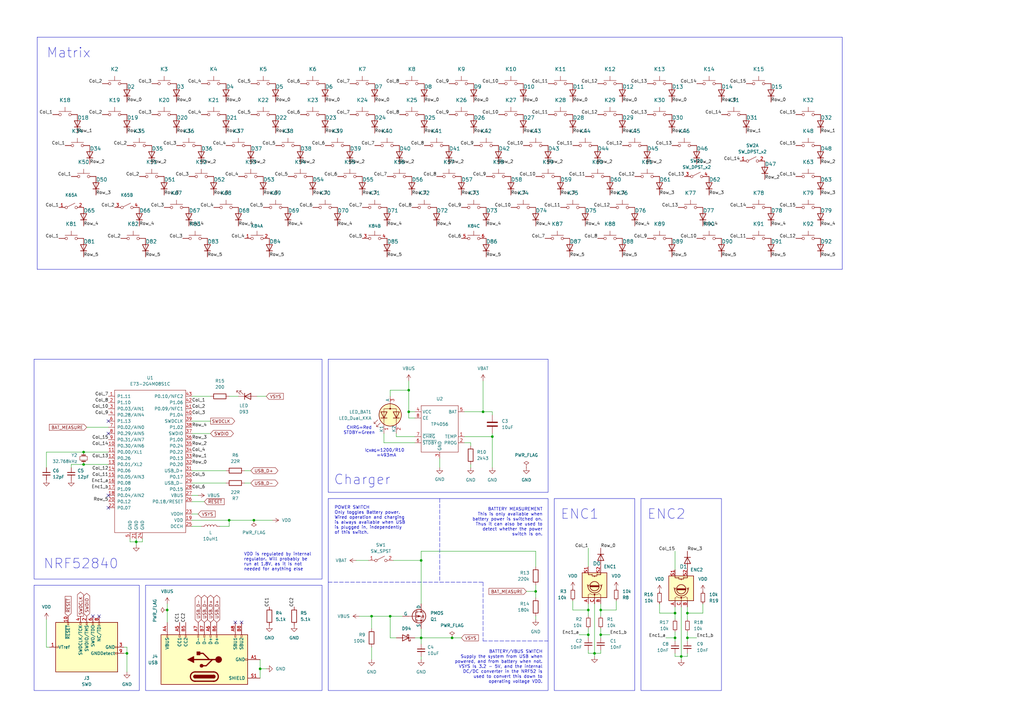
<source format=kicad_sch>
(kicad_sch (version 20230819) (generator eeschema)
  (paper "A3")
  (title_block (title "SPLTISO75") (date "2023-10-06 22:53") (comment 1 "Author: Tobias Pisani"))
  (junction (at 185.42 261.62))
  (junction (at 167.64 168.91))
  (junction (at 246.38 260.35))
  (junction (at 93.98 213.36))
  (junction (at 241.3 250.19))
  (junction (at 55.88 222.25))
  (junction (at 198.12 168.91))
  (junction (at 52.07 267.97))
  (junction (at 246.38 250.19))
  (junction (at 281.94 251.46))
  (junction (at 34.29 185.42))
  (junction (at 241.3 260.35))
  (junction (at 160.02 252.73))
  (junction (at 106.68 274.32))
  (junction (at 152.4 252.73))
  (junction (at 172.72 261.62))
  (junction (at 276.86 261.62))
  (junction (at 172.72 229.87))
  (junction (at 276.86 251.46))
  (junction (at 219.71 242.57))
  (junction (at 279.4 269.24))
  (junction (at 243.84 267.97))
  (junction (at 34.29 190.5))
  (junction (at 68.58 250.19))
  (junction (at 167.64 160.02))
  (junction (at 201.93 179.07))
  (junction (at 281.94 261.62))
  (junction (at 104.14 213.36))
  (no_connect (at 40.64 252.73))
  (no_connect (at 96.52 255.27))
  (no_connect (at 38.1 252.73))
  (no_connect (at 44.45 203.2))
  (no_connect (at 99.06 255.27))
  (no_connect (at 44.45 208.28))
  (no_connect (at 44.45 172.72))
  (no_connect (at 44.45 177.8))
  (wire (pts (xy 55.88 220.98) (xy 55.88 222.25)))
  (wire (pts (xy 109.22 274.32) (xy 106.68 274.32)))
  (wire (pts (xy 172.72 226.06) (xy 219.71 226.06)))
  (wire (pts (xy 19.05 254) (xy 19.05 265.43)))
  (wire (pts (xy 97.79 162.56) (xy 93.98 162.56)))
  (wire (pts (xy 276.86 261.62) (xy 276.86 259.08)))
  (wire (pts (xy 93.98 215.9) (xy 90.17 215.9)))
  (polyline (pts (xy 198.12 262.89) (xy 224.79 262.89)) (stroke (width 0) (type dash)))
  (wire (pts (xy 241.3 250.19) (xy 241.3 247.65)))
  (wire (pts (xy 241.3 260.35) (xy 241.3 257.81)))
  (wire (pts (xy 86.36 162.56) (xy 78.74 162.56)))
  (wire (pts (xy 193.04 181.61) (xy 193.04 182.88)))
  (wire (pts (xy 78.74 198.12) (xy 92.71 198.12)))
  (wire (pts (xy 78.74 177.8) (xy 86.36 177.8)))
  (wire (pts (xy 276.86 251.46) (xy 270.51 251.46)))
  (wire (pts (xy 279.4 248.92) (xy 279.4 269.24)))
  (wire (pts (xy 157.48 181.61) (xy 157.48 177.8)))
  (wire (pts (xy 160.02 252.73) (xy 165.1 252.73)))
  (wire (pts (xy 167.64 156.21) (xy 167.64 160.02)))
  (wire (pts (xy 78.74 203.2) (xy 81.28 203.2)))
  (wire (pts (xy 170.18 171.45) (xy 167.64 171.45)))
  (wire (pts (xy 160.02 160.02) (xy 160.02 162.56)))
  (wire (pts (xy 167.64 168.91) (xy 170.18 168.91)))
  (wire (pts (xy 281.94 251.46) (xy 281.94 248.92)))
  (wire (pts (xy 241.3 224.79) (xy 241.3 232.41)))
  (wire (pts (xy 58.42 222.25) (xy 55.88 222.25)))
  (wire (pts (xy 172.72 257.81) (xy 172.72 261.62)))
  (wire (pts (xy 93.98 213.36) (xy 93.98 215.9)))
  (wire (pts (xy 58.42 220.98) (xy 58.42 222.25)))
  (wire (pts (xy 93.98 213.36) (xy 104.14 213.36)))
  (wire (pts (xy 152.4 270.51) (xy 152.4 265.43)))
  (wire (pts (xy 281.94 254) (xy 281.94 251.46)))
  (wire (pts (xy 281.94 251.46) (xy 288.29 251.46)))
  (wire (pts (xy 172.72 229.87) (xy 172.72 247.65)))
  (wire (pts (xy 198.12 156.21) (xy 198.12 168.91)))
  (wire (pts (xy 147.32 252.73) (xy 152.4 252.73)))
  (wire (pts (xy 185.42 261.62) (xy 189.23 261.62)))
  (wire (pts (xy 246.38 250.19) (xy 246.38 247.65)))
  (wire (pts (xy 281.94 261.62) (xy 285.75 261.62)))
  (wire (pts (xy 170.18 181.61) (xy 157.48 181.61)))
  (wire (pts (xy 276.86 269.24) (xy 276.86 267.97)))
  (wire (pts (xy 52.07 265.43) (xy 50.8 265.43)))
  (polyline (pts (xy 180.34 204.47) (xy 180.34 238.76)) (stroke (width 0) (type dash)))
  (wire (pts (xy 237.49 260.35) (xy 241.3 260.35)))
  (wire (pts (xy 279.4 269.24) (xy 279.4 270.51)))
  (wire (pts (xy 167.64 171.45) (xy 167.64 168.91)))
  (wire (pts (xy 78.74 213.36) (xy 93.98 213.36)))
  (polyline (pts (xy 134.62 238.76) (xy 198.12 238.76)) (stroke (width 0) (type dash)))
  (wire (pts (xy 55.88 223.52) (xy 55.88 222.25)))
  (wire (pts (xy 270.51 251.46) (xy 270.51 247.65)))
  (wire (pts (xy 19.05 185.42) (xy 34.29 185.42)))
  (wire (pts (xy 50.8 267.97) (xy 52.07 267.97)))
  (wire (pts (xy 152.4 257.81) (xy 152.4 252.73)))
  (wire (pts (xy 190.5 179.07) (xy 201.93 179.07)))
  (wire (pts (xy 243.84 267.97) (xy 243.84 269.24)))
  (wire (pts (xy 252.73 250.19) (xy 252.73 246.38)))
  (wire (pts (xy 100.33 193.04) (xy 102.87 193.04)))
  (wire (pts (xy 246.38 260.35) (xy 250.19 260.35)))
  (wire (pts (xy 19.05 265.43) (xy 20.32 265.43)))
  (wire (pts (xy 161.29 229.87) (xy 172.72 229.87)))
  (wire (pts (xy 201.93 177.8) (xy 201.93 179.07)))
  (wire (pts (xy 78.74 193.04) (xy 92.71 193.04)))
  (wire (pts (xy 279.4 269.24) (xy 281.94 269.24)))
  (wire (pts (xy 246.38 252.73) (xy 246.38 250.19)))
  (wire (pts (xy 276.86 254) (xy 276.86 251.46)))
  (wire (pts (xy 190.5 181.61) (xy 193.04 181.61)))
  (wire (pts (xy 281.94 269.24) (xy 281.94 267.97)))
  (wire (pts (xy 52.07 265.43) (xy 52.07 267.97)))
  (wire (pts (xy 104.14 213.36) (xy 111.76 213.36)))
  (wire (pts (xy 243.84 267.97) (xy 246.38 267.97)))
  (wire (pts (xy 106.68 274.32) (xy 106.68 278.13)))
  (wire (pts (xy 172.72 261.62) (xy 172.72 264.16)))
  (wire (pts (xy 288.29 251.46) (xy 288.29 247.65)))
  (wire (pts (xy 52.07 275.59) (xy 52.07 267.97)))
  (wire (pts (xy 276.86 226.06) (xy 276.86 233.68)))
  (wire (pts (xy 219.71 240.03) (xy 219.71 242.57)))
  (wire (pts (xy 273.05 261.62) (xy 276.86 261.62)))
  (wire (pts (xy 162.56 179.07) (xy 170.18 179.07)))
  (wire (pts (xy 241.3 267.97) (xy 241.3 266.7)))
  (wire (pts (xy 241.3 250.19) (xy 234.95 250.19)))
  (wire (pts (xy 34.29 190.5) (xy 44.45 190.5)))
  (wire (pts (xy 162.56 177.8) (xy 162.56 179.07)))
  (wire (pts (xy 243.84 247.65) (xy 243.84 267.97)))
  (wire (pts (xy 78.74 205.74) (xy 83.82 205.74)))
  (wire (pts (xy 152.4 252.73) (xy 160.02 252.73)))
  (wire (pts (xy 215.9 242.57) (xy 219.71 242.57)))
  (wire (pts (xy 276.86 269.24) (xy 279.4 269.24)))
  (wire (pts (xy 190.5 168.91) (xy 198.12 168.91)))
  (wire (pts (xy 201.93 179.07) (xy 201.93 191.77)))
  (wire (pts (xy 219.71 226.06) (xy 219.71 232.41)))
  (wire (pts (xy 100.33 198.12) (xy 102.87 198.12)))
  (wire (pts (xy 241.3 252.73) (xy 241.3 250.19)))
  (wire (pts (xy 29.21 190.5) (xy 34.29 190.5)))
  (wire (pts (xy 146.05 229.87) (xy 151.13 229.87)))
  (polyline (pts (xy 198.12 238.76) (xy 198.12 262.89)) (stroke (width 0) (type dash)))
  (wire (pts (xy 167.64 160.02) (xy 160.02 160.02)))
  (wire (pts (xy 170.18 261.62) (xy 172.72 261.62)))
  (wire (pts (xy 34.29 185.42) (xy 44.45 185.42)))
  (wire (pts (xy 82.55 215.9) (xy 78.74 215.9)))
  (wire (pts (xy 246.38 261.62) (xy 246.38 260.35)))
  (wire (pts (xy 193.04 190.5) (xy 193.04 191.77)))
  (wire (pts (xy 201.93 168.91) (xy 198.12 168.91)))
  (wire (pts (xy 68.58 250.19) (xy 68.58 255.27)))
  (wire (pts (xy 160.02 252.73) (xy 160.02 261.62)))
  (wire (pts (xy 172.72 261.62) (xy 185.42 261.62)))
  (wire (pts (xy 276.86 251.46) (xy 276.86 248.92)))
  (wire (pts (xy 246.38 250.19) (xy 252.73 250.19)))
  (wire (pts (xy 234.95 250.19) (xy 234.95 246.38)))
  (wire (pts (xy 281.94 261.62) (xy 281.94 259.08)))
  (wire (pts (xy 201.93 168.91) (xy 201.93 170.18)))
  (wire (pts (xy 276.86 262.89) (xy 276.86 261.62)))
  (wire (pts (xy 167.64 168.91) (xy 167.64 160.02)))
  (wire (pts (xy 172.72 229.87) (xy 172.72 226.06)))
  (wire (pts (xy 219.71 252.73) (xy 219.71 254)))
  (wire (pts (xy 219.71 242.57) (xy 219.71 245.11)))
  (wire (pts (xy 35.56 175.26) (xy 44.45 175.26)))
  (wire (pts (xy 53.34 222.25) (xy 53.34 220.98)))
  (wire (pts (xy 78.74 210.82) (xy 81.28 210.82)))
  (wire (pts (xy 109.22 162.56) (xy 105.41 162.56)))
  (wire (pts (xy 246.38 267.97) (xy 246.38 266.7)))
  (wire (pts (xy 172.72 269.24) (xy 172.72 270.51)))
  (wire (pts (xy 29.21 191.77) (xy 29.21 190.5)))
  (wire (pts (xy 68.58 247.65) (xy 68.58 250.19)))
  (wire (pts (xy 106.68 274.32) (xy 106.68 270.51)))
  (wire (pts (xy 241.3 261.62) (xy 241.3 260.35)))
  (wire (pts (xy 281.94 262.89) (xy 281.94 261.62)))
  (wire (pts (xy 241.3 267.97) (xy 243.84 267.97)))
  (wire (pts (xy 180.34 191.77) (xy 180.34 187.96)))
  (wire (pts (xy 55.88 222.25) (xy 53.34 222.25)))
  (wire (pts (xy 19.05 191.77) (xy 19.05 185.42)))
  (wire (pts (xy 78.74 172.72) (xy 86.36 172.72)))
  (wire (pts (xy 160.02 261.62) (xy 162.56 261.62)))
  (wire (pts (xy 246.38 260.35) (xy 246.38 257.81)))
  (rectangle (start 59.69 240.03) (end 132.08 283.21))
  (rectangle (start 13.97 147.32) (end 132.08 237.49))
  (rectangle (start 134.62 147.32) (end 224.79 201.93))
  (rectangle (start 134.62 204.47) (end 224.79 283.21))
  (rectangle (start 262.89 204.47) (end 295.91 283.21))
  (rectangle (start 15.24 15.24) (end 345.44 110.49))
  (rectangle (start 227.33 204.47) (end 260.35 283.21))
  (rectangle (start 13.97 240.03) (end 57.15 283.21))
  (text_box "VDD is regulated by internal regulator. Will probably be run at 1.8V, as it is not needed for anything else" (at 99.06 224.79 0) (size 30.48 10.16) (stroke (width -0.0001)) (effects (font (size 1.27 1.27)) (justify left bottom)))
  (text_box "BATTERY/VBUS SWITCH\nSupply the system from USB when\npowered, and from battery when not.\nVSYS Is 3.2 - 5V, and the internal\nDC/DC converter in the NRF52 is \nused to convert this down to\noperating voltage VDD." (at 185.42 265.43 0) (size 38.1 20.32) (stroke (width -0.0001)) (effects (font (size 1.27 1.27)) (justify right top)))
  (text_box "I_{CHRG}=1200/R10\n     =493mA\n" (at 148.59 182.88 0) (size 21.59 6.35) (stroke (width -0.0001)) (effects (font (size 1.27 1.27)) (justify left top)))
  (text_box "BATTERY MEASUREMENT\nThis is only available when\nbattery power is switched on.\nThus it can also be used to \ndetect whether the power \nswitch is on." (at 185.42 207.01 0) (size 38.1 21.59) (stroke (width -0.0001)) (effects (font (size 1.27 1.27)) (justify right top)))
  (text "POWER SWITCH\nOnly toggles Battery power.\nWired operation and charging\nis always available when USB\nis plugged in, independently\nof this switch." (at 137.16 213.36 0) (effects (font (size 1.27 1.27)) (justify left)))
  (text "NRF52840\n" (at 17.78 233.68 0) (effects (font (size 4 4)) (justify left bottom)))
  (text "Charger\n" (at 148.59 196.85 0) (effects (font (size 4 4))))
  (text "CHRG=Red\nSTDBY=Green\n" (at 147.32 176.53 0) (effects (font (size 1.27 1.27))))
  (text "Matrix\n" (at 19.05 24.13 0) (effects (font (size 3.9878 3.9878)) (justify left bottom)))
  (text "ENC1" (at 229.87 213.36 0) (effects (font (size 4 4)) (justify left bottom)))
  (text "ENC2" (at 265.43 213.36 0) (effects (font (size 4 4)) (justify left bottom)))
  (label "Col_11" (at 44.45 195.58 180))
  (label "Col_1" (at 21.59 46.99 180))
  (label "Row_1" (at 255.27 54.61 0))
  (label "Col_6" (at 123.19 46.99 180))
  (label "Row_4" (at 219.71 92.71 0))
  (label "Row_3" (at 148.59 80.01 0))
  (label "Col_8" (at 245.11 97.79 180))
  (label "Row_4" (at 158.75 92.71 0))
  (label "Col_3" (at 62.23 34.29 180))
  (label "Col_7" (at 148.59 85.09 180))
  (label "Row_4" (at 199.39 92.71 0))
  (label "Col_1" (at 29.21 72.39 180))
  (label "Row_3" (at 336.55 80.01 0))
  (label "Row_4" (at 34.29 92.71 0))
  (label "Col_1" (at 26.67 59.69 180))
  (label "Row_1" (at 72.39 54.61 0))
  (label "Col_13" (at 44.45 187.96 180))
  (label "Col_4" (at 82.55 34.29 180))
  (label "Enc1_a" (at 44.45 198.12 180))
  (label "Col_12" (at 250.19 85.09 180))
  (label "Col_5" (at 78.74 195.58 0))
  (label "Row_5" (at 59.69 105.41 0))
  (label "Col_12" (at 245.11 34.29 180))
  (label "Row_2" (at 36.83 67.31 0))
  (label "Col_14" (at 285.75 34.29 180))
  (label "Row_5" (at 44.45 205.74 180))
  (label "Col_6" (at 138.43 72.39 180))
  (label "Col_7" (at 158.75 72.39 180))
  (label "Row_1" (at 31.75 54.61 0))
  (label "Col_6" (at 78.74 200.66 0))
  (label "Row_1" (at 275.59 54.61 0))
  (label "Row_3" (at 250.19 80.01 0))
  (label "Row_5" (at 110.49 105.41 0))
  (label "Col_4" (at 97.79 72.39 180))
  (label "Col_3" (at 74.93 97.79 180))
  (label "Col_3" (at 67.31 85.09 180))
  (label "Row_3" (at 87.63 80.01 0))
  (label "Row_4" (at 316.23 92.71 0))
  (label "Row_3" (at 270.51 80.01 0))
  (label "Col_15" (at 326.39 59.69 180))
  (label "Col_2" (at 78.74 167.64 0))
  (label "Row_4" (at 77.47 92.71 0))
  (label "Col_7" (at 143.51 46.99 180))
  (label "Row_2" (at 245.11 67.31 0))
  (label "Row_4" (at 57.15 92.71 0))
  (label "Col_12" (at 260.35 72.39 180))
  (label "Col_10" (at 204.47 34.29 180))
  (label "Row_5" (at 233.68 105.41 0))
  (label "Row_5" (at 275.59 105.41 0))
  (label "Col_12" (at 44.45 193.04 180))
  (label "Row_5" (at 158.75 105.41 0))
  (label "Row_4" (at 288.29 92.71 0))
  (label "Col_10" (at 44.45 167.64 180))
  (label "Row_1" (at 234.95 54.61 0))
  (label "Row_0" (at 275.59 41.91 0))
  (label "Row_0" (at 113.03 41.91 0))
  (label "Row_1" (at 133.35 54.61 0))
  (label "Col_9" (at 194.31 59.69 180))
  (label "Row_4" (at 336.55 92.71 0))
  (label "Col_11" (at 229.87 85.09 180))
  (label "Col_3" (at 72.39 59.69 180))
  (label "Col_6" (at 128.27 85.09 180))
  (label "Col_9" (at 184.15 34.29 180))
  (label "Row_2" (at 313.69 73.66 0))
  (label "Row_1" (at 113.03 54.61 0))
  (label "Col_8" (at 168.91 85.09 180))
  (label "Col_15" (at 276.86 226.06 180))
  (label "Col_15" (at 306.07 34.29 180))
  (label "Col_12" (at 326.39 97.79 180))
  (label "Row_2" (at 336.55 67.31 0))
  (label "Row_3" (at 67.31 80.01 0))
  (label "Row_1" (at 92.71 54.61 0))
  (label "Col_4" (at 78.74 185.42 0))
  (label "CC2" (at 76.2 255.27 90))
  (label "Row_5" (at 199.39 105.41 0))
  (label "Row_1" (at 194.31 54.61 0))
  (label "Col_15" (at 326.39 85.09 180))
  (label "Row_3" (at 189.23 80.01 0))
  (label "Col_10" (at 219.71 72.39 180))
  (label "Row_0" (at 153.67 41.91 0))
  (label "Col_15" (at 326.39 46.99 180))
  (label "Row_4" (at 260.35 92.71 0))
  (label "Row_4" (at 97.79 92.71 0))
  (label "Row_2" (at 62.23 67.31 0))
  (label "Row_0" (at 295.91 41.91 0))
  (label "Row_1" (at 336.55 54.61 0))
  (label "Row_4" (at 138.43 92.71 0))
  (label "Row_1" (at 153.67 54.61 0))
  (label "Col_5" (at 102.87 46.99 180))
  (label "Col_2" (at 52.07 59.69 180))
  (label "Row_0" (at 316.23 41.91 0))
  (label "Col_11" (at 240.03 72.39 180))
  (label "Col_9" (at 184.15 46.99 180))
  (label "Col_5" (at 113.03 59.69 180))
  (label "Col_5" (at 118.11 72.39 180))
  (label "Row_3" (at 78.74 180.34 0))
  (label "Col_5" (at 102.87 34.29 180))
  (label "Col_10" (at 204.47 46.99 180))
  (label "Col_13" (at 265.43 34.29 180))
  (label "Row_0" (at 234.95 41.91 0))
  (label "CC1" (at 73.66 255.27 90))
  (label "Col_12" (at 245.11 46.99 180))
  (label "Row_0" (at 78.74 190.5 0))
  (label "Row_0" (at 92.71 41.91 0))
  (label "Col_4" (at 100.33 97.79 180))
  (label "Enc1_b" (at 250.19 260.35 0))
  (label "Col_10" (at 214.63 59.69 180))
  (label "Col_7" (at 153.67 59.69 180))
  (label "Row_3" (at 229.87 80.01 0))
  (label "Enc1_b" (at 285.75 261.62 0))
  (label "Col_8" (at 163.83 46.99 180))
  (label "Row_2" (at 265.43 67.31 0))
  (label "Row_0" (at 72.39 41.91 0))
  (label "Col_11" (at 224.79 46.99 180))
  (label "Col_7" (at 223.52 97.79 180))
  (label "Row_0" (at 246.38 224.79 0))
  (label "Row_0" (at 194.31 41.91 0))
  (label "Col_13" (at 265.43 46.99 180))
  (label "Col_4" (at 87.63 85.09 180))
  (label "Row_0" (at 173.99 41.91 0))
  (label "CC1" (at 110.49 248.92 90))
  (label "Col_8" (at 179.07 72.39 180))
  (label "Col_14" (at 326.39 72.39 180))
  (label "Col_8" (at 173.99 59.69 180))
  (label "Row_3" (at 39.37 80.01 0))
  (label "Row_3" (at 128.27 80.01 0))
  (label "CC2" (at 120.65 248.92 90))
  (label "Row_3" (at 281.94 226.06 0))
  (label "Col_14" (at 306.07 85.09 180))
  (label "Row_4" (at 240.03 92.71 0))
  (label "Col_1" (at 24.13 97.79 180))
  (label "Col_9" (at 199.39 72.39 180))
  (label "Row_5" (at 336.55 105.41 0))
  (label "Col_2" (at 41.91 46.99 180))
  (label "Col_7" (at 44.45 162.56 180))
  (label "Col_3" (at 78.74 170.18 0))
  (label "Col_9" (at 44.45 170.18 180))
  (label "Row_3" (at 209.55 80.01 0))
  (label "Col_4" (at 92.71 59.69 180))
  (label "Row_2" (at 163.83 67.31 0))
  (label "Col_10" (at 285.75 97.79 180))
  (label "Row_2" (at 82.55 67.31 0))
  (label "Col_1" (at 24.13 85.09 180))
  (label "Col_14" (at 44.45 182.88 180))
  (label "Row_3" (at 168.91 80.01 0))
  (label "Col_9" (at 189.23 85.09 180))
  (label "Col_11" (at 224.79 34.29 180))
  (label "Row_4" (at 179.07 92.71 0))
  (label "Col_2" (at 46.99 85.09 180))
  (label "Row_5" (at 85.09 105.41 0))
  (label "Col_5" (at 148.59 97.79 180))
  (label "Row_2" (at 204.47 67.31 0))
  (label "Row_2" (at 184.15 67.31 0))
  (label "Col_3" (at 77.47 72.39 180))
  (label "Row_5" (at 255.27 105.41 0))
  (label "Col_3" (at 62.23 46.99 180))
  (label "Row_5" (at 34.29 105.41 0))
  (label "Row_1" (at 214.63 54.61 0))
  (label "Col_14" (at 295.91 46.99 180))
  (label "Col_13" (at 278.13 85.09 180))
  (label "Row_0" (at 255.27 41.91 0))
  (label "Col_15" (at 44.45 180.34 180))
  (label "Row_2" (at 123.19 67.31 0))
  (label "Row_0" (at 214.63 41.91 0))
  (label "Row_0" (at 133.35 41.91 0))
  (label "Row_2" (at 224.79 67.31 0))
  (label "Enc1_b" (at 44.45 200.66 180))
  (label "Enc1_a" (at 237.49 260.35 180))
  (label "Col_8" (at 44.45 165.1 180))
  (label "Col_11" (at 234.95 59.69 180))
  (label "Col_8" (at 163.83 34.29 180))
  (label "Row_3" (at 107.95 80.01 0))
  (label "Row_2" (at 102.87 67.31 0))
  (label "Col_6" (at 123.19 34.29 180))
  (label "Col_6" (at 189.23 97.79 180))
  (label "Col_13" (at 280.67 72.39 180))
  (label "Col_9" (at 265.43 97.79 180))
  (label "Col_5" (at 107.95 85.09 180))
  (label "Row_5" (at 295.91 105.41 0))
  (label "Col_2" (at 57.15 72.39 180))
  (label "Col_14" (at 303.53 66.04 180))
  (label "Row_1" (at 78.74 187.96 0))
  (label "Col_1" (at 78.74 165.1 0))
  (label "Row_4" (at 118.11 92.71 0))
  (label "Col_10" (at 209.55 85.09 180))
  (label "Col_1" (at 241.3 224.79 180))
  (label "Col_11" (at 306.07 97.79 180))
  (label "Row_0" (at 52.07 41.91 0))
  (label "Row_1" (at 306.07 54.61 0))
  (label "Row_2" (at 143.51 67.31 0))
  (label "Row_2" (at 78.74 182.88 0))
  (label "Row_1" (at 173.99 54.61 0))
  (label "Row_2" (at 285.75 67.31 0))
  (label "Col_6" (at 133.35 59.69 180))
  (label "Enc1_a" (at 273.05 261.62 180))
  (label "Row_4" (at 78.74 175.26 0))
  (label "Row_5" (at 316.23 105.41 0))
  (label "Col_7" (at 143.51 34.29 180))
  (label "Col_12" (at 255.27 59.69 180))
  (label "Col_2" (at 49.53 97.79 180))
  (label "Row_3" (at 290.83 80.01 0))
  (label "Row_1" (at 52.07 54.61 0))
  (label "Col_4" (at 82.55 46.99 180))
  (label "Col_13" (at 275.59 59.69 180))
  (label "Col_2" (at 41.91 34.29 180))
  (global_label "SWDCLK" (shape output) (at 86.36 172.72 0) (property "Intersheetrefs" "${INTERSHEET_REFS}" (effects hide)))
  (global_label "BAT_MEASURE" (shape input) (at 35.56 175.26 180) (property "Intersheetrefs" "${INTERSHEET_REFS}" (effects hide)))
  (global_label "USB_D+" (shape bidirectional) (at 102.87 193.04 0) (property "Intersheetrefs" "${INTERSHEET_REFS}" (effects hide)))
  (global_label "VSYS" (shape input) (at 189.23 261.62 0) (property "Intersheetrefs" "${INTERSHEET_REFS}" (effects hide)))
  (global_label "SWDIO" (shape bidirectional) (at 86.36 177.8 0) (property "Intersheetrefs" "${INTERSHEET_REFS}" (effects hide)))
  (global_label "USB_D+" (shape bidirectional) (at 86.36 255.27 90) (property "Intersheetrefs" "${INTERSHEET_REFS}" (effects hide)))
  (global_label "SWDIO" (shape bidirectional) (at 35.56 252.73 90) (property "Intersheetrefs" "${INTERSHEET_REFS}" (effects hide)))
  (global_label "USB_D+" (shape bidirectional) (at 88.9 255.27 90) (property "Intersheetrefs" "${INTERSHEET_REFS}" (effects hide)))
  (global_label "SWDCLK" (shape output) (at 33.02 252.73 90) (property "Intersheetrefs" "${INTERSHEET_REFS}" (effects hide)))
  (global_label "VSYS" (shape input) (at 109.22 162.56 0) (property "Intersheetrefs" "${INTERSHEET_REFS}" (effects hide)))
  (global_label "~{RESET}" (shape input) (at 27.94 252.73 90) (property "Intersheetrefs" "${INTERSHEET_REFS}" (effects hide)))
  (global_label "~{RESET}" (shape input) (at 83.82 205.74 0) (property "Intersheetrefs" "${INTERSHEET_REFS}" (effects hide)))
  (global_label "USB_D-" (shape bidirectional) (at 102.87 198.12 0) (property "Intersheetrefs" "${INTERSHEET_REFS}" (effects hide)))
  (global_label "USB_D-" (shape bidirectional) (at 83.82 255.27 90) (property "Intersheetrefs" "${INTERSHEET_REFS}" (effects hide)))
  (global_label "VSYS" (shape input) (at 81.28 210.82 0) (property "Intersheetrefs" "${INTERSHEET_REFS}" (effects hide)))
  (global_label "BAT_MEASURE" (shape input) (at 215.9 242.57 180) (property "Intersheetrefs" "${INTERSHEET_REFS}" (effects hide)))
  (global_label "USB_D-" (shape bidirectional) (at 81.28 255.27 90) (property "Intersheetrefs" "${INTERSHEET_REFS}" (effects hide)))
  (symbol (lib_id "Device:R") (at 110.49 252.73 0) (unit 1)
    (property "Reference" "R4" (at 113.03 251.46 0) (effects (justify left)))
    (property "Value" "5.1k" (at 113.03 254 0) (effects (justify left)))
    (property "Footprint" "Resistor_SMD:R_0402_1005Metric" (effects hide))
  )
  (symbol (lib_id "power:PWR_FLAG") (at 185.42 261.62 0) (unit 1)
    (property "Reference" "#FLG05" (effects hide))
    (property "Value" "PWR_FLAG" (at 185.42 256.54 0))
    (property "Description" "Special symbol for telling ERC where power comes from" (effects hide))
  )
  (symbol (lib_id "Switch:SW_Push") (at 250.19 97.79 0) (unit 1)
    (property "Reference" "K88" (at 250.19 91.8718 0) (effects (font (size 1.524 1.524))))
    (property "Value" "Win" (effects hide))
    (property "Footprint" "Library:SW_Cherry_MX_1.00u_PCB" (effects hide))
  )
  (symbol (lib_id "power:VDD") (at 111.76 213.36 270) (unit 1)
    (property "Reference" "#PWR04" (effects hide))
    (property "Value" "VDD" (at 115.57 213.3599 90) (effects (justify left)))
    (property "Description" "Power symbol creates a global label with name \"VDD\"" (effects hide))
  )
  (symbol (lib_id "Device:D") (at 87.63 76.2 90) (unit 1)
    (property "Reference" "D52" (at 87.63 73.66 90) (effects (font (size 1.524 1.524)) (justify right)))
    (property "Value" "D" (effects hide))
    (property "Footprint" "Diode_SMD:D_0805_2012Metric_Pad1.15x1.40mm_HandSolder" (effects hide))
  )
  (symbol (lib_id "Switch:SW_DPST_x2") (at 29.21 85.09 0) (unit 1)
    (property "Reference" "K65" (at 29.21 80.01 0))
    (property "Value" "SW_DPST_x2" (effects hide))
    (property "Footprint" "Library:ISOANSI_Shift" (effects hide))
    (property "Description" "Single Pole Single Throw (SPST) switch, separate symbol" (effects hide))
  )
  (symbol (lib_id "Switch:SW_Push") (at 331.47 72.39 0) (unit 1)
    (property "Reference" "K63" (at 331.47 66.4718 0) (effects (font (size 1.524 1.524))))
    (property "Value" "Home" (effects hide))
    (property "Footprint" "Library:SW_Cherry_MX_1.00u_PCB" (effects hide))
  )
  (symbol (lib_id "Device:D") (at 199.39 101.6 90) (unit 1)
    (property "Reference" "D86" (at 199.39 99.06 90) (effects (font (size 1.524 1.524)) (justify right)))
    (property "Value" "D" (effects hide))
    (property "Footprint" "Diode_SMD:D_0805_2012Metric_Pad1.15x1.40mm_HandSolder" (effects hide))
  )
  (symbol (lib_id "Switch:SW_Push") (at 67.31 46.99 0) (unit 1)
    (property "Reference" "K20" (at 67.31 41.0718 0) (effects (font (size 1.524 1.524))))
    (property "Value" "\",2" (effects hide))
    (property "Footprint" "Library:SW_Cherry_MX_1.00u_PCB" (effects hide))
  )
  (symbol (lib_id "Device:C_Small") (at 29.21 194.31 0) (unit 1)
    (property "Reference" "C5" (at 31.75 193.0462 0) (effects (justify left)))
    (property "Value" "12pF" (at 31.75 195.5862 0) (effects (justify left)))
    (property "Footprint" "Capacitor_SMD:C_0603_1608Metric" (effects hide))
    (property "Description" "Unpolarized capacitor, small symbol" (effects hide))
  )
  (symbol (lib_id "power:VBUS") (at 167.64 156.21 0) (unit 1)
    (property "Reference" "#PWR014" (effects hide))
    (property "Value" "VBUS" (at 167.64 151.13 0))
    (property "Description" "Power symbol creates a global label with name \"VBUS\"" (effects hide))
  )
  (symbol (lib_id "Device:D") (at 118.11 88.9 90) (unit 1)
    (property "Reference" "D69" (at 118.11 86.36 90) (effects (font (size 1.524 1.524)) (justify right)))
    (property "Value" "D" (effects hide))
    (property "Footprint" "Diode_SMD:D_0805_2012Metric_Pad1.15x1.40mm_HandSolder" (effects hide))
  )
  (symbol (lib_id "Device:D") (at 306.07 50.8 90) (unit 1)
    (property "Reference" "D31" (at 306.07 48.26 90) (effects (font (size 1.524 1.524)) (justify right)))
    (property "Value" "D" (effects hide))
    (property "Footprint" "Diode_SMD:D_0805_2012Metric_Pad1.15x1.40mm_HandSolder" (effects hide))
  )
  (symbol (lib_id "Switch:SW_Push") (at 128.27 34.29 0) (unit 1)
    (property "Reference" "K6" (at 128.27 28.3718 0) (effects (font (size 1.524 1.524))))
    (property "Value" "F5" (effects hide))
    (property "Footprint" "Library:SW_Cherry_MX_1.00u_PCB" (effects hide))
  )
  (symbol (lib_id "Device:D") (at 234.95 38.1 90) (unit 1)
    (property "Reference" "D11" (at 234.95 35.56 90) (effects (font (size 1.524 1.524)) (justify right)))
    (property "Value" "D" (effects hide))
    (property "Footprint" "Diode_SMD:D_0805_2012Metric_Pad1.15x1.40mm_HandSolder" (effects hide))
  )
  (symbol (lib_id "Device:D") (at 158.75 88.9 90) (unit 1)
    (property "Reference" "D71" (at 158.75 86.36 90) (effects (font (size 1.524 1.524)) (justify right)))
    (property "Value" "D" (effects hide))
    (property "Footprint" "Diode_SMD:D_0805_2012Metric_Pad1.15x1.40mm_HandSolder" (effects hide))
  )
  (symbol (lib_id "Device:R_Small") (at 246.38 255.27 0) (unit 1)
    (property "Reference" "R1" (at 248.92 254 0) (effects (justify left)))
    (property "Value" "10k" (at 248.92 256.54 0) (effects (justify left)))
    (property "Footprint" "Resistor_SMD:R_0402_1005Metric" (effects hide))
  )
  (symbol (lib_id "Device:D") (at 316.23 38.1 90) (unit 1)
    (property "Reference" "D15" (at 316.23 35.56 90) (effects (font (size 1.524 1.524)) (justify right)))
    (property "Value" "D" (effects hide))
    (property "Footprint" "Diode_SMD:D_0805_2012Metric_Pad1.15x1.40mm_HandSolder" (effects hide))
  )
  (symbol (lib_id "Device:C") (at 201.93 173.99 0) (unit 1)
    (property "Reference" "C3" (at 205.74 172.7199 0) (effects (justify left)))
    (property "Value" "10uF" (at 205.74 175.2599 0) (effects (justify left)))
    (property "Footprint" "Capacitor_SMD:C_0603_1608Metric" (effects hide))
    (property "Description" "Unpolarized capacitor" (effects hide))
  )
  (symbol (lib_id "power:GND") (at 55.88 223.52 0) (unit 1)
    (property "Reference" "#PWR03" (effects hide))
    (property "Value" "GND" (effects hide))
    (property "Description" "Power symbol creates a global label with name \"GND\" , ground" (effects hide))
  )
  (symbol (lib_id "Device:D") (at 153.67 50.8 90) (unit 1)
    (property "Reference" "D24" (at 153.67 48.26 90) (effects (font (size 1.524 1.524)) (justify right)))
    (property "Value" "D" (effects hide))
    (property "Footprint" "Diode_SMD:D_0805_2012Metric_Pad1.15x1.40mm_HandSolder" (effects hide))
  )
  (symbol (lib_id "spliso75:SW_Push_x3") (at 105.41 97.79 0) (unit 1)
    (property "Reference" "K84" (at 105.41 92.71 0))
    (property "Value" "SW_Push_x3" (effects hide))
    (property "Footprint" "Library:SpaceGroup" (effects hide))
    (property "Description" "Push button switch, generic, separate symbols, four pins" (effects hide))
  )
  (symbol (lib_id "power:GND") (at 193.04 191.77 0) (unit 1)
    (property "Reference" "#PWR015" (effects hide))
    (property "Value" "GND" (at 193.04 196.85 0))
    (property "Description" "Power symbol creates a global label with name \"GND\" , ground" (effects hide))
  )
  (symbol (lib_id "Device:D") (at 233.68 101.6 90) (unit 1)
    (property "Reference" "D87" (at 233.68 99.06 90) (effects (font (size 1.524 1.524)) (justify right)))
    (property "Value" "D" (effects hide))
    (property "Footprint" "Diode_SMD:D_0805_2012Metric_Pad1.15x1.40mm_HandSolder" (effects hide))
  )
  (symbol (lib_id "Device:D") (at 163.83 63.5 90) (unit 1)
    (property "Reference" "D40" (at 163.83 60.96 90) (effects (font (size 1.524 1.524)) (justify right)))
    (property "Value" "D" (effects hide))
    (property "Footprint" "Diode_SMD:D_0805_2012Metric_Pad1.15x1.40mm_HandSolder" (effects hide))
  )
  (symbol (lib_id "Device:LED") (at 101.6 162.56 0) (mirror x) (unit 1)
    (property "Reference" "D93" (at 100.0125 168.91 0))
    (property "Value" "LED" (at 100.0125 166.37 0))
    (property "Footprint" "LED_SMD:LED_0603_1608Metric_Pad1.05x0.95mm_HandSolder" (effects hide))
    (property "Description" "Light emitting diode" (effects hide))
  )
  (symbol (lib_id "Device:D") (at 260.35 88.9 90) (unit 1)
    (property "Reference" "D76" (at 260.35 86.36 90) (effects (font (size 1.524 1.524)) (justify right)))
    (property "Value" "D" (effects hide))
    (property "Footprint" "Diode_SMD:D_0805_2012Metric_Pad1.15x1.40mm_HandSolder" (effects hide))
  )
  (symbol (lib_id "Device:D") (at 52.07 38.1 90) (unit 1)
    (property "Reference" "D2" (at 52.07 35.56 90) (effects (font (size 1.524 1.524)) (justify right)))
    (property "Value" "D" (effects hide))
    (property "Footprint" "Diode_SMD:D_0805_2012Metric_Pad1.15x1.40mm_HandSolder" (effects hide))
  )
  (symbol (lib_id "Device:D") (at 336.55 88.9 90) (unit 1)
    (property "Reference" "D79" (at 336.55 86.36 90) (effects (font (size 1.524 1.524)) (justify right)))
    (property "Value" "D" (effects hide))
    (property "Footprint" "Diode_SMD:D_0805_2012Metric_Pad1.15x1.40mm_HandSolder" (effects hide))
  )
  (symbol (lib_id "Switch:SW_Push") (at 138.43 59.69 0) (unit 1)
    (property "Reference" "K39" (at 138.43 53.7718 0) (effects (font (size 1.524 1.524))))
    (property "Value" "T" (effects hide))
    (property "Footprint" "Library:SW_Cherry_MX_1.00u_PCB" (effects hide))
  )
  (symbol (lib_id "Switch:SW_Push") (at 128.27 46.99 0) (unit 1)
    (property "Reference" "K23" (at 128.27 41.0718 0) (effects (font (size 1.524 1.524))))
    (property "Value" "%,5" (effects hide))
    (property "Footprint" "Library:SW_Cherry_MX_1.00u_PCB" (effects hide))
  )
  (symbol (lib_id "Switch:SW_Push") (at 270.51 97.79 0) (unit 1)
    (property "Reference" "K89" (at 270.51 91.8718 0) (effects (font (size 1.524 1.524))))
    (property "Value" "Menu" (effects hide))
    (property "Footprint" "Library:SW_Cherry_MX_1.00u_PCB" (effects hide))
  )
  (symbol (lib_id "Switch:SW_Push") (at 290.83 97.79 0) (unit 1)
    (property "Reference" "K90" (at 290.83 91.8718 0) (effects (font (size 1.524 1.524))))
    (property "Value" "←" (effects hide))
    (property "Footprint" "Library:SW_Cherry_MX_1.00u_PCB" (effects hide))
  )
  (symbol (lib_id "Device:D") (at 72.39 38.1 90) (unit 1)
    (property "Reference" "D3" (at 72.39 35.56 90) (effects (font (size 1.524 1.524)) (justify right)))
    (property "Value" "D" (effects hide))
    (property "Footprint" "Diode_SMD:D_0805_2012Metric_Pad1.15x1.40mm_HandSolder" (effects hide))
  )
  (symbol (lib_id "Device:D") (at 336.55 63.5 90) (unit 1)
    (property "Reference" "D48" (at 336.55 60.96 90) (effects (font (size 1.524 1.524)) (justify right)))
    (property "Value" "D" (effects hide))
    (property "Footprint" "Diode_SMD:D_0805_2012Metric_Pad1.15x1.40mm_HandSolder" (effects hide))
  )
  (symbol (lib_id "power:VBUS") (at 147.32 252.73 90) (unit 1)
    (property "Reference" "#PWR018" (effects hide))
    (property "Value" "VBUS" (at 143.51 252.7301 90) (effects (justify left)))
    (property "Description" "Power symbol creates a global label with name \"VBUS\"" (effects hide))
  )
  (symbol (lib_id "Switch:SW_Push") (at 153.67 85.09 0) (unit 1)
    (property "Reference" "K71" (at 153.67 79.1718 0) (effects (font (size 1.524 1.524))))
    (property "Value" "B" (effects hide))
    (property "Footprint" "Library:SW_Cherry_MX_1.00u_PCB" (effects hide))
  )
  (symbol (lib_id "power:VDD") (at 270.51 242.57 0) (unit 1)
    (property "Reference" "#PWR028" (effects hide))
    (property "Value" "VDD" (at 270.51 237.49 0))
    (property "Description" "Power symbol creates a global label with name \"VDD\"" (effects hide))
  )
  (symbol (lib_id "Switch:SW_DPST_x2") (at 308.61 66.04 0) (unit 1)
    (property "Reference" "SW2" (at 308.61 59.69 0))
    (property "Value" "SW_DPST_x2" (at 308.61 62.23 0))
    (property "Footprint" "Library:SW_Cherry_MX_ISOANSIEnter_PCB" (effects hide))
    (property "Description" "Single Pole Single Throw (SPST) switch, separate symbol" (effects hide))
  )
  (symbol (lib_id "Switch:SW_Push") (at 102.87 72.39 0) (unit 1)
    (property "Reference" "K53" (at 102.87 66.4718 0) (effects (font (size 1.524 1.524))))
    (property "Value" "D" (effects hide))
    (property "Footprint" "Library:SW_Cherry_MX_1.00u_PCB" (effects hide))
  )
  (symbol (lib_id "Switch:SW_Push") (at 228.6 97.79 0) (unit 1)
    (property "Reference" "K87" (at 228.6 91.8718 0) (effects (font (size 1.524 1.524))))
    (property "Value" "AltGr" (effects hide))
    (property "Footprint" "Library:SW_Cherry_MX_1.00u_PCB" (effects hide))
  )
  (symbol (lib_id "Device:RotaryEncoder_Switch") (at 243.84 240.03 90) (unit 1)
    (property "Reference" "ENC1" (at 250.19 232.41 90))
    (property "Footprint" "Library:Encoder_Or_Switch" (effects hide))
  )
  (symbol (lib_id "Switch:SW_Push") (at 163.83 72.39 0) (unit 1)
    (property "Reference" "K56" (at 163.83 66.4718 0) (effects (font (size 1.524 1.524))))
    (property "Value" "H" (effects hide))
    (property "Footprint" "Library:SW_Cherry_MX_1.00u_PCB" (effects hide))
  )
  (symbol (lib_id "Switch:SW_Push") (at 26.67 46.99 0) (unit 1)
    (property "Reference" "K18" (at 26.67 41.0718 0) (effects (font (size 1.524 1.524))))
    (property "Value" "Esc" (effects hide))
    (property "Footprint" "Library:SW_Cherry_MX_1.00u_PCB" (effects hide))
  )
  (symbol (lib_id "Switch:SW_Push") (at 270.51 46.99 0) (unit 1)
    (property "Reference" "K30" (at 270.51 41.0718 0) (effects (font (size 1.524 1.524))))
    (property "Value" "+,=" (effects hide))
    (property "Footprint" "Library:SW_Cherry_MX_1.00u_PCB" (effects hide))
  )
  (symbol (lib_id "Device:D") (at 107.95 76.2 90) (unit 1)
    (property "Reference" "D53" (at 107.95 73.66 90) (effects (font (size 1.524 1.524)) (justify right)))
    (property "Value" "D" (effects hide))
    (property "Footprint" "Diode_SMD:D_0805_2012Metric_Pad1.15x1.40mm_HandSolder" (effects hide))
  )
  (symbol (lib_id "Device:D") (at 199.39 88.9 90) (unit 1)
    (property "Reference" "D73" (at 199.39 86.36 90) (effects (font (size 1.524 1.524)) (justify right)))
    (property "Value" "D" (effects hide))
    (property "Footprint" "Diode_SMD:D_0805_2012Metric_Pad1.15x1.40mm_HandSolder" (effects hide))
  )
  (symbol (lib_id "Device:D") (at 168.91 76.2 90) (unit 1)
    (property "Reference" "D56" (at 168.91 73.66 90) (effects (font (size 1.524 1.524)) (justify right)))
    (property "Value" "D" (effects hide))
    (property "Footprint" "Diode_SMD:D_0805_2012Metric_Pad1.15x1.40mm_HandSolder" (effects hide))
  )
  (symbol (lib_id "Switch:SW_Push") (at 214.63 85.09 0) (unit 1)
    (property "Reference" "K74" (at 214.63 79.1718 0) (effects (font (size 1.524 1.524))))
    (property "Value" "<,," (effects hide))
    (property "Footprint" "Library:SW_Cherry_MX_1.00u_PCB" (effects hide))
  )
  (symbol (lib_id "Device:D") (at 113.03 38.1 90) (unit 1)
    (property "Reference" "D5" (at 113.03 35.56 90) (effects (font (size 1.524 1.524)) (justify right)))
    (property "Value" "D" (effects hide))
    (property "Footprint" "Diode_SMD:D_0805_2012Metric_Pad1.15x1.40mm_HandSolder" (effects hide))
  )
  (symbol (lib_id "power:GND") (at 219.71 254 0) (mirror y) (unit 1)
    (property "Reference" "#PWR026" (effects hide))
    (property "Value" "GND" (at 219.71 259.08 0))
    (property "Description" "Power symbol creates a global label with name \"GND\" , ground" (effects hide))
  )
  (symbol (lib_id "power:GND") (at 110.49 256.54 0) (unit 1)
    (property "Reference" "#PWR010" (effects hide))
    (property "Value" "GND" (at 110.49 261.62 0))
  )
  (symbol (lib_id "Device:C_Small") (at 19.05 194.31 0) (unit 1)
    (property "Reference" "C6" (at 21.59 193.0462 0) (effects (justify left)))
    (property "Value" "12pF" (at 21.59 195.5862 0) (effects (justify left)))
    (property "Footprint" "Capacitor_SMD:C_0603_1608Metric" (effects hide))
    (property "Description" "Unpolarized capacitor, small symbol" (effects hide))
  )
  (symbol (lib_id "Switch:SW_Push") (at 87.63 46.99 0) (unit 1)
    (property "Reference" "K21" (at 87.63 41.0718 0) (effects (font (size 1.524 1.524))))
    (property "Value" "£,3" (effects hide))
    (property "Footprint" "Library:SW_Cherry_MX_1.00u_PCB" (effects hide))
  )
  (symbol (lib_id "Device:D") (at 336.55 76.2 90) (unit 1)
    (property "Reference" "D63" (at 336.55 73.66 90) (effects (font (size 1.524 1.524)) (justify right)))
    (property "Value" "D" (effects hide))
    (property "Footprint" "Diode_SMD:D_0805_2012Metric_Pad1.15x1.40mm_HandSolder" (effects hide))
  )
  (symbol (lib_id "power:VBUS") (at 68.58 247.65 0) (unit 1)
    (property "Reference" "#PWR09" (effects hide))
    (property "Value" "VBUS" (at 68.58 242.57 0))
  )
  (symbol (lib_id "power:GND") (at 29.21 196.85 0) (unit 1)
    (property "Reference" "#PWR022" (effects hide))
    (property "Value" "GND" (effects hide))
    (property "Description" "Power symbol creates a global label with name \"GND\" , ground" (effects hide))
  )
  (symbol (lib_id "Device:C_Small") (at 281.94 265.43 0) (unit 1)
    (property "Reference" "C9" (at 285.75 264.1663 0) (effects (justify left)))
    (property "Value" "10nF" (at 285.75 266.7063 0) (effects (justify left)))
    (property "Footprint" "Capacitor_SMD:C_0603_1608Metric" (effects hide))
  )
  (symbol (lib_id "power:VDD") (at 252.73 241.3 0) (unit 1)
    (property "Reference" "#PWR01" (effects hide))
    (property "Value" "VDD" (at 252.73 236.22 0))
    (property "Description" "Power symbol creates a global label with name \"VDD\"" (effects hide))
  )
  (symbol (lib_id "spliso75:VBAT") (at 198.12 156.21 0) (unit 1)
    (property "Reference" "#PWR017" (effects hide))
    (property "Value" "VBAT" (at 198.12 151.13 0))
    (property "Description" "Power symbol creates a global label with name \"VBAT\"" (effects hide))
  )
  (symbol (lib_id "power:GND") (at 180.34 191.77 0) (unit 1)
    (property "Reference" "#PWR013" (effects hide))
    (property "Value" "GND" (at 180.34 196.596 0))
    (property "Description" "Power symbol creates a global label with name \"GND\" , ground" (effects hide))
  )
  (symbol (lib_id "Connector:USB_C_Receptacle_USB2.0") (at 83.82 270.51 90) (unit 1)
    (property "Reference" "J4" (at 64.77 269.24 90) (effects (justify left)))
    (property "Value" "USB" (at 64.77 271.78 90) (effects (justify left)))
    (property "Footprint" "Connector_USB:USB_C_Receptacle_Molex_105450-0101" (effects hide))
    (property "Datasheet" "https://www.usb.org/sites/default/files/documents/usb_type-c.zip" (effects hide))
  )
  (symbol (lib_id "Switch:SW_Push") (at 260.35 59.69 0) (unit 1)
    (property "Reference" "K45" (at 260.35 53.7718 0) (effects (font (size 1.524 1.524))))
    (property "Value" "{,[" (effects hide))
    (property "Footprint" "Library:SW_Cherry_MX_1.00u_PCB" (effects hide))
  )
  (symbol (lib_id "spliso75:TP4056") (at 180.34 173.99 0) (unit 1)
    (property "Reference" "U2" (at 180.34 163.576 0))
    (property "Value" "TP4056" (at 180.34 173.99 0))
    (property "Footprint" "Package_SO:SOP-8-1EP_4.57x4.57mm_P1.27mm_EP4.57x4.45mm" (effects hide))
  )
  (symbol (lib_id "power:GND") (at 152.4 270.51 0) (unit 1)
    (property "Reference" "#PWR020" (effects hide))
    (property "Value" "GND" (at 152.4 275.59 0))
    (property "Description" "Power symbol creates a global label with name \"GND\" , ground" (effects hide))
  )
  (symbol (lib_id "Device:D") (at 209.55 76.2 90) (unit 1)
    (property "Reference" "D58" (at 209.55 73.66 90) (effects (font (size 1.524 1.524)) (justify right)))
    (property "Value" "D" (effects hide))
    (property "Footprint" "Diode_SMD:D_0805_2012Metric_Pad1.15x1.40mm_HandSolder" (effects hide))
  )
  (symbol (lib_id "Device:D") (at 336.55 101.6 90) (unit 1)
    (property "Reference" "D92" (at 336.55 99.06 90) (effects (font (size 1.524 1.524)) (justify right)))
    (property "Value" "D" (effects hide))
    (property "Footprint" "Diode_SMD:D_0805_2012Metric_Pad1.15x1.40mm_HandSolder" (effects hide))
  )
  (symbol (lib_id "Switch:SW_Push") (at 331.47 59.69 0) (unit 1)
    (property "Reference" "K48" (at 331.47 53.7718 0) (effects (font (size 1.524 1.524))))
    (property "Value" "PgDn" (effects hide))
    (property "Footprint" "Library:SW_Cherry_MX_1.00u_PCB" (effects hide))
  )
  (symbol (lib_id "Device:Crystal_Small") (at 34.29 187.96 270) (unit 1)
    (property "Reference" "Y2" (at 31.75 186.69 90) (effects (justify right)))
    (property "Value" "32.768kHz" (at 31.75 189.23 90) (effects (justify right)))
    (property "Footprint" "Crystal:Crystal_SMD_0603-2Pin_6.0x3.5mm" (effects hide))
  )
  (symbol (lib_id "Switch:SW_Push") (at 234.95 85.09 0) (unit 1)
    (property "Reference" "K75" (at 234.95 79.1718 0) (effects (font (size 1.524 1.524))))
    (property "Value" ">,." (effects hide))
    (property "Footprint" "Library:SW_Cherry_MX_1.00u_PCB" (effects hide))
  )
  (symbol (lib_id "Device:D") (at 245.11 63.5 90) (unit 1)
    (property "Reference" "D44" (at 245.11 60.96 90) (effects (font (size 1.524 1.524)) (justify right)))
    (property "Value" "D" (effects hide))
    (property "Footprint" "Diode_SMD:D_0805_2012Metric_Pad1.15x1.40mm_HandSolder" (effects hide))
  )
  (symbol (lib_id "power:GND") (at 109.22 274.32 90) (unit 1)
    (property "Reference" "#PWR08" (effects hide))
    (property "Value" "GND" (at 113.03 274.32 90) (effects (justify right)))
  )
  (symbol (lib_id "Device:D") (at 255.27 50.8 90) (unit 1)
    (property "Reference" "D29" (at 255.27 48.26 90) (effects (font (size 1.524 1.524)) (justify right)))
    (property "Value" "D" (effects hide))
    (property "Footprint" "Diode_SMD:D_0805_2012Metric_Pad1.15x1.40mm_HandSolder" (effects hide))
  )
  (symbol (lib_id "Device:D") (at 52.07 50.8 90) (unit 1)
    (property "Reference" "D19" (at 52.07 48.26 90) (effects (font (size 1.524 1.524)) (justify right)))
    (property "Value" "D" (effects hide))
    (property "Footprint" "Diode_SMD:D_0805_2012Metric_Pad1.15x1.40mm_HandSolder" (effects hide))
  )
  (symbol (lib_id "Device:D") (at 92.71 38.1 90) (unit 1)
    (property "Reference" "D4" (at 92.71 35.56 90) (effects (font (size 1.524 1.524)) (justify right)))
    (property "Value" "D" (effects hide))
    (property "Footprint" "Diode_SMD:D_0805_2012Metric_Pad1.15x1.40mm_HandSolder" (effects hide))
  )
  (symbol (lib_id "Device:D") (at 313.69 69.85 90) (unit 1)
    (property "Reference" "D47" (at 313.69 67.31 90) (effects (font (size 1.524 1.524)) (justify right)))
    (property "Value" "D" (effects hide))
    (property "Footprint" "Diode_SMD:D_0805_2012Metric_Pad1.15x1.40mm_HandSolder" (effects hide))
  )
  (symbol (lib_id "Switch:SW_DPST_x2") (at 52.07 85.09 0) (unit 2)
    (property "Reference" "K65" (at 52.07 80.01 0))
    (property "Value" "SW_DPST_x2" (effects hide))
    (property "Footprint" "Library:ISOANSI_Shift" (effects hide))
    (property "Description" "Single Pole Single Throw (SPST) switch, separate symbol" (effects hide))
  )
  (symbol (lib_id "Simulation_SPICE:PMOS") (at 170.18 252.73 0) (unit 1)
    (property "Reference" "Q1" (at 176.5009 254.0001 0) (effects (justify left)))
    (property "Value" "PMOS" (at 176.5009 251.4601 0) (effects (justify left)))
    (property "Footprint" "Package_TO_SOT_SMD:SOT-23-3" (effects hide))
    (property "Datasheet" "https://ngspice.sourceforge.io/docs/ngspice-manual.pdf" (effects hide))
    (property "Description" "P-MOSFET transistor, drain/source/gate" (effects hide))
    (property "Sim.Device" "PMOS" (effects hide))
    (property "Sim.Type" "VDMOS" (effects hide))
    (property "Sim.Pins" "1=D 2=G 3=S" (effects hide))
  )
  (symbol (lib_id "Switch:SW_Push") (at 240.03 59.69 0) (unit 1)
    (property "Reference" "K44" (at 240.03 53.7718 0) (effects (font (size 1.524 1.524))))
    (property "Value" "P" (effects hide))
    (property "Footprint" "Library:SW_Cherry_MX_1.00u_PCB" (effects hide))
  )
  (symbol (lib_id "Device:D") (at 250.19 76.2 90) (unit 1)
    (property "Reference" "D60" (at 250.19 73.66 90) (effects (font (size 1.524 1.524)) (justify right)))
    (property "Value" "D" (effects hide))
    (property "Footprint" "Diode_SMD:D_0805_2012Metric_Pad1.15x1.40mm_HandSolder" (effects hide))
  )
  (symbol (lib_id "Switch:SW_Push") (at 87.63 34.29 0) (unit 1)
    (property "Reference" "K4" (at 87.63 28.3718 0) (effects (font (size 1.524 1.524))))
    (property "Value" "F3" (effects hide))
    (property "Footprint" "Library:SW_Cherry_MX_1.00u_PCB" (effects hide))
  )
  (symbol (lib_id "Switch:SW_Push") (at 300.99 46.99 0) (unit 1)
    (property "Reference" "K31" (at 300.99 41.0718 0) (effects (font (size 1.524 1.524))))
    (property "Value" "Backspace" (effects hide))
    (property "Footprint" "Library:SW_Cherry_MX_2.00u_PCB" (effects hide))
  )
  (symbol (lib_id "Switch:SW_Push") (at 168.91 46.99 0) (unit 1)
    (property "Reference" "K25" (at 168.91 41.0718 0) (effects (font (size 1.524 1.524))))
    (property "Value" "&,7" (effects hide))
    (property "Footprint" "Library:SW_Cherry_MX_1.00u_PCB" (effects hide))
  )
  (symbol (lib_id "Switch:SW_Push") (at 148.59 46.99 0) (unit 1)
    (property "Reference" "K24" (at 148.59 41.0718 0) (effects (font (size 1.524 1.524))))
    (property "Value" "^,6" (effects hide))
    (property "Footprint" "Library:SW_Cherry_MX_1.00u_PCB" (effects hide))
  )
  (symbol (lib_id "Device:D") (at 67.31 76.2 90) (unit 1)
    (property "Reference" "D51" (at 67.31 73.66 90) (effects (font (size 1.524 1.524)) (justify right)))
    (property "Value" "D" (effects hide))
    (property "Footprint" "Diode_SMD:D_0805_2012Metric_Pad1.15x1.40mm_HandSolder" (effects hide))
  )
  (symbol (lib_id "power:VDD") (at 19.05 254 0) (unit 1)
    (property "Reference" "#PWR05" (effects hide))
    (property "Value" "VDD" (at 19.05 248.92 0))
    (property "Description" "Power symbol creates a global label with name \"VDD\"" (effects hide))
  )
  (symbol (lib_id "Device:D") (at 270.51 76.2 90) (unit 1)
    (property "Reference" "D61" (at 270.51 73.66 90) (effects (font (size 1.524 1.524)) (justify right)))
    (property "Value" "D" (effects hide))
    (property "Footprint" "Diode_SMD:D_0805_2012Metric_Pad1.15x1.40mm_HandSolder" (effects hide))
  )
  (symbol (lib_id "Device:D") (at 36.83 63.5 90) (unit 1)
    (property "Reference" "D34" (at 36.83 60.96 90) (effects (font (size 1.524 1.524)) (justify right)))
    (property "Value" "D" (effects hide))
    (property "Footprint" "Diode_SMD:D_0805_2012Metric_Pad1.15x1.40mm_HandSolder" (effects hide))
  )
  (symbol (lib_id "Device:D") (at 275.59 38.1 90) (unit 1)
    (property "Reference" "D13" (at 275.59 35.56 90) (effects (font (size 1.524 1.524)) (justify right)))
    (property "Value" "D" (effects hide))
    (property "Footprint" "Diode_SMD:D_0805_2012Metric_Pad1.15x1.40mm_HandSolder" (effects hide))
  )
  (symbol (lib_id "Device:D") (at 290.83 76.2 90) (unit 1)
    (property "Reference" "D62" (at 290.83 73.66 90) (effects (font (size 1.524 1.524)) (justify right)))
    (property "Value" "D" (effects hide))
    (property "Footprint" "Diode_SMD:D_0805_2012Metric_Pad1.15x1.40mm_HandSolder" (effects hide))
  )
  (symbol (lib_id "Switch:SW_Push") (at 189.23 34.29 0) (unit 1)
    (property "Reference" "K9" (at 189.23 28.3718 0) (effects (font (size 1.524 1.524))))
    (property "Value" "F8" (effects hide))
    (property "Footprint" "Library:SW_Cherry_MX_1.00u_PCB" (effects hide))
  )
  (symbol (lib_id "Device:D") (at 295.91 101.6 90) (unit 1)
    (property "Reference" "D90" (at 295.91 99.06 90) (effects (font (size 1.524 1.524)) (justify right)))
    (property "Value" "D" (effects hide))
    (property "Footprint" "Diode_SMD:D_0805_2012Metric_Pad1.15x1.40mm_HandSolder" (effects hide))
  )
  (symbol (lib_id "Switch:SW_Push") (at 189.23 46.99 0) (unit 1)
    (property "Reference" "K26" (at 189.23 41.0718 0) (effects (font (size 1.524 1.524))))
    (property "Value" "*,8" (effects hide))
    (property "Footprint" "Library:SW_Cherry_MX_1.00u_PCB" (effects hide))
  )
  (symbol (lib_id "power:GND") (at 243.84 269.24 0) (unit 1)
    (property "Reference" "#PWR02" (effects hide))
    (property "Value" "GND" (effects hide))
  )
  (symbol (lib_id "Switch:SW_Push") (at 311.15 34.29 0) (unit 1)
    (property "Reference" "K15" (at 311.15 28.3718 0) (effects (font (size 1.524 1.524))))
    (property "Value" "Delete" (effects hide))
    (property "Footprint" "Library:SW_Cherry_MX_1.00u_PCB" (effects hide))
  )
  (symbol (lib_id "Device:D") (at 110.49 101.6 90) (unit 1)
    (property "Reference" "D84" (at 110.49 99.06 90) (effects (font (size 1.524 1.524)) (justify right)))
    (property "Value" "D" (effects hide))
    (property "Footprint" "Diode_SMD:D_0805_2012Metric_Pad1.15x1.40mm_HandSolder" (effects hide))
  )
  (symbol (lib_id "Device:D") (at 281.94 229.87 270) (unit 1)
    (property "Reference" "D1" (at 281.94 232.41 90) (effects (font (size 1.524 1.524)) (justify right)))
    (property "Value" "D" (effects hide))
    (property "Footprint" "Diode_SMD:D_0805_2012Metric_Pad1.15x1.40mm_HandSolder" (effects hide))
  )
  (symbol (lib_id "Switch:SW_Push") (at 331.47 85.09 0) (unit 1)
    (property "Reference" "K79" (at 331.47 79.1718 0) (effects (font (size 1.524 1.524))))
    (property "Value" "End" (effects hide))
    (property "Footprint" "Library:SW_Cherry_MX_1.00u_PCB" (effects hide))
  )
  (symbol (lib_id "Device:D") (at 158.75 101.6 90) (unit 1)
    (property "Reference" "D85" (at 158.75 99.06 90) (effects (font (size 1.524 1.524)) (justify right)))
    (property "Value" "D" (effects hide))
    (property "Footprint" "Diode_SMD:D_0805_2012Metric_Pad1.15x1.40mm_HandSolder" (effects hide))
  )
  (symbol (lib_id "Device:R_Small") (at 234.95 243.84 0) (mirror x) (unit 1)
    (property "Reference" "R3" (at 232.41 242.57 0) (effects (justify right)))
    (property "Value" "10k" (at 232.41 245.11 0) (effects (justify right)))
    (property "Footprint" "Resistor_SMD:R_0402_1005Metric" (effects hide))
  )
  (symbol (lib_id "power:GND") (at 120.65 256.54 0) (unit 1)
    (property "Reference" "#PWR011" (effects hide))
    (property "Value" "GND" (at 120.65 261.62 0))
  )
  (symbol (lib_id "Switch:SW_Push") (at 290.83 34.29 0) (unit 1)
    (property "Reference" "K14" (at 290.83 28.3718 0) (effects (font (size 1.524 1.524))))
    (property "Value" "Insert" (effects hide))
    (property "Footprint" "Library:SW_Cherry_MX_1.00u_PCB" (effects hide))
  )
  (symbol (lib_id "Device:D") (at 133.35 38.1 90) (unit 1)
    (property "Reference" "D6" (at 133.35 35.56 90) (effects (font (size 1.524 1.524)) (justify right)))
    (property "Value" "D" (effects hide))
    (property "Footprint" "Diode_SMD:D_0805_2012Metric_Pad1.15x1.40mm_HandSolder" (effects hide))
  )
  (symbol (lib_id "Switch:SW_Push") (at 331.47 97.79 0) (unit 1)
    (property "Reference" "K92" (at 331.47 91.8718 0) (effects (font (size 1.524 1.524))))
    (property "Value" "→" (effects hide))
    (property "Footprint" "Library:SW_Cherry_MX_1.00u_PCB" (effects hide))
  )
  (symbol (lib_id "Switch:SW_Push") (at 245.11 72.39 0) (unit 1)
    (property "Reference" "K60" (at 245.11 66.4718 0) (effects (font (size 1.524 1.524))))
    (property "Value" ":,;" (effects hide))
    (property "Footprint" "Library:SW_Cherry_MX_1.00u_PCB" (effects hide))
  )
  (symbol (lib_id "Switch:SW_Push") (at 54.61 97.79 0) (unit 1)
    (property "Reference" "K82" (at 54.61 91.8718 0) (effects (font (size 1.524 1.524))))
    (property "Value" "Fn" (effects hide))
    (property "Footprint" "Library:SW_Cherry_MX_1.25u_PCB" (effects hide))
  )
  (symbol (lib_id "Device:R_Small") (at 288.29 245.11 0) (mirror y) (unit 1)
    (property "Reference" "R19" (at 290.83 246.38 0) (effects (justify right)))
    (property "Value" "10k" (at 290.83 243.84 0) (effects (justify right)))
    (property "Footprint" "Resistor_SMD:R_0402_1005Metric" (effects hide))
  )
  (symbol (lib_id "Device:D") (at 214.63 38.1 90) (unit 1)
    (property "Reference" "D10" (at 214.63 35.56 90) (effects (font (size 1.524 1.524)) (justify right)))
    (property "Value" "D" (effects hide))
    (property "Footprint" "Diode_SMD:D_0805_2012Metric_Pad1.15x1.40mm_HandSolder" (effects hide))
  )
  (symbol (lib_id "Switch:SW_Push") (at 311.15 85.09 0) (unit 1)
    (property "Reference" "K78" (at 311.15 79.1718 0) (effects (font (size 1.524 1.524))))
    (property "Value" "↑" (effects hide))
    (property "Footprint" "Library:SW_Cherry_MX_1.00u_PCB" (effects hide))
  )
  (symbol (lib_id "Device:D") (at 39.37 76.2 90) (unit 1)
    (property "Reference" "D50" (at 39.37 73.66 90) (effects (font (size 1.524 1.524)) (justify right)))
    (property "Value" "D" (effects hide))
    (property "Footprint" "Diode_SMD:D_0805_2012Metric_Pad1.15x1.40mm_HandSolder" (effects hide))
  )
  (symbol (lib_id "Switch:SW_Push") (at 179.07 59.69 0) (unit 1)
    (property "Reference" "K41" (at 179.07 53.7718 0) (effects (font (size 1.524 1.524))))
    (property "Value" "U" (effects hide))
    (property "Footprint" "Library:SW_Cherry_MX_1.00u_PCB" (effects hide))
  )
  (symbol (lib_id "Device:D") (at 275.59 50.8 90) (unit 1)
    (property "Reference" "D30" (at 275.59 48.26 90) (effects (font (size 1.524 1.524)) (justify right)))
    (property "Value" "D" (effects hide))
    (property "Footprint" "Diode_SMD:D_0805_2012Metric_Pad1.15x1.40mm_HandSolder" (effects hide))
  )
  (symbol (lib_id "power:GND") (at 215.9 191.77 0) (unit 1)
    (property "Reference" "#PWR027" (effects hide))
    (property "Value" "GND" (at 215.9 196.85 0))
    (property "Description" "Power symbol creates a global label with name \"GND\" , ground" (effects hide))
  )
  (symbol (lib_id "Device:D") (at 285.75 63.5 90) (unit 1)
    (property "Reference" "D46" (at 285.75 60.96 90) (effects (font (size 1.524 1.524)) (justify right)))
    (property "Value" "D" (effects hide))
    (property "Footprint" "Diode_SMD:D_0805_2012Metric_Pad1.15x1.40mm_HandSolder" (effects hide))
  )
  (symbol (lib_id "Device:D") (at 316.23 88.9 90) (unit 1)
    (property "Reference" "D78" (at 316.23 86.36 90) (effects (font (size 1.524 1.524)) (justify right)))
    (property "Value" "D" (effects hide))
    (property "Footprint" "Diode_SMD:D_0805_2012Metric_Pad1.15x1.40mm_HandSolder" (effects hide))
  )
  (symbol (lib_id "Device:D") (at 275.59 101.6 90) (unit 1)
    (property "Reference" "D89" (at 275.59 99.06 90) (effects (font (size 1.524 1.524)) (justify right)))
    (property "Value" "D" (effects hide))
    (property "Footprint" "Diode_SMD:D_0805_2012Metric_Pad1.15x1.40mm_HandSolder" (effects hide))
  )
  (symbol (lib_id "Switch:SW_Push") (at 250.19 46.99 0) (unit 1)
    (property "Reference" "K29" (at 250.19 41.0718 0) (effects (font (size 1.524 1.524))))
    (property "Value" "_,-" (effects hide))
    (property "Footprint" "Library:SW_Cherry_MX_1.00u_PCB" (effects hide))
  )
  (symbol (lib_id "Device:D") (at 246.38 228.6 270) (unit 1)
    (property "Reference" "D0" (at 246.38 231.14 90) (effects (font (size 1.524 1.524)) (justify right)))
    (property "Value" "D" (effects hide))
    (property "Footprint" "Diode_SMD:D_0805_2012Metric_Pad1.15x1.40mm_HandSolder" (effects hide))
  )
  (symbol (lib_id "Switch:SW_Push") (at 250.19 34.29 0) (unit 1)
    (property "Reference" "K12" (at 250.19 28.3718 0) (effects (font (size 1.524 1.524))))
    (property "Value" "F11" (effects hide))
    (property "Footprint" "Library:SW_Cherry_MX_1.00u_PCB" (effects hide))
  )
  (symbol (lib_id "spliso75:SW_Push_x3") (at 153.67 97.79 0) (unit 2)
    (property "Reference" "K84" (at 153.67 92.71 0))
    (property "Value" "SW_Push_x3" (effects hide))
    (property "Footprint" "Library:SpaceGroup" (effects hide))
    (property "Description" "Push button switch, generic, separate symbols, four pins" (effects hide))
  )
  (symbol (lib_id "Device:D") (at 179.07 88.9 90) (unit 1)
    (property "Reference" "D72" (at 179.07 86.36 90) (effects (font (size 1.524 1.524)) (justify right)))
    (property "Value" "D" (effects hide))
    (property "Footprint" "Diode_SMD:D_0805_2012Metric_Pad1.15x1.40mm_HandSolder" (effects hide))
  )
  (symbol (lib_id "Switch:SW_Push") (at 168.91 34.29 0) (unit 1)
    (property "Reference" "K8" (at 168.91 28.3718 0) (effects (font (size 1.524 1.524))))
    (property "Value" "F7" (effects hide))
    (property "Footprint" "Library:SW_Cherry_MX_1.00u_PCB" (effects hide))
  )
  (symbol (lib_id "Device:D") (at 288.29 88.9 90) (unit 1)
    (property "Reference" "D77" (at 288.29 86.36 90) (effects (font (size 1.524 1.524)) (justify right)))
    (property "Value" "D" (effects hide))
    (property "Footprint" "Diode_SMD:D_0805_2012Metric_Pad1.15x1.40mm_HandSolder" (effects hide))
  )
  (symbol (lib_id "Switch:SW_Push") (at 72.39 85.09 0) (unit 1)
    (property "Reference" "K67" (at 72.39 79.1718 0) (effects (font (size 1.524 1.524))))
    (property "Value" "Z" (effects hide))
    (property "Footprint" "Library:SW_Cherry_MX_1.00u_PCB" (effects hide))
  )
  (symbol (lib_id "power:PWR_FLAG") (at 68.58 250.19 90) (unit 1)
    (property "Reference" "#FLG04" (effects hide))
    (property "Value" "PWR_FLAG" (at 63.5 255.2699 0) (effects (justify left)))
    (property "Description" "Special symbol for telling ERC where power comes from" (effects hide))
  )
  (symbol (lib_id "Device:D") (at 219.71 88.9 90) (unit 1)
    (property "Reference" "D74" (at 219.71 86.36 90) (effects (font (size 1.524 1.524)) (justify right)))
    (property "Value" "D" (effects hide))
    (property "Footprint" "Diode_SMD:D_0805_2012Metric_Pad1.15x1.40mm_HandSolder" (effects hide))
  )
  (symbol (lib_id "Device:D") (at 189.23 76.2 90) (unit 1)
    (property "Reference" "D57" (at 189.23 73.66 90) (effects (font (size 1.524 1.524)) (justify right)))
    (property "Value" "D" (effects hide))
    (property "Footprint" "Diode_SMD:D_0805_2012Metric_Pad1.15x1.40mm_HandSolder" (effects hide))
  )
  (symbol (lib_id "Device:R") (at 193.04 186.69 0) (unit 1)
    (property "Reference" "R10" (at 195.58 185.4199 0) (effects (justify left)))
    (property "Value" "2k43" (at 195.58 187.9599 0) (effects (justify left)))
    (property "Footprint" "Resistor_SMD:R_0402_1005Metric" (effects hide))
    (property "Description" "Resistor" (effects hide))
  )
  (symbol (lib_id "Device:D") (at 77.47 88.9 90) (unit 1)
    (property "Reference" "D67" (at 77.47 86.36 90) (effects (font (size 1.524 1.524)) (justify right)))
    (property "Value" "D" (effects hide))
    (property "Footprint" "Diode_SMD:D_0805_2012Metric_Pad1.15x1.40mm_HandSolder" (effects hide))
  )
  (symbol (lib_id "power:GND") (at 201.93 191.77 0) (unit 1)
    (property "Reference" "#PWR016" (effects hide))
    (property "Value" "GND" (at 201.93 196.85 0))
    (property "Description" "Power symbol creates a global label with name \"GND\" , ground" (effects hide))
  )
  (symbol (lib_id "Device:RotaryEncoder_Switch") (at 279.4 241.3 90) (unit 1)
    (property "Reference" "ENC2" (at 285.75 233.68 90))
    (property "Footprint" "Library:Encoder_Or_Switch" (effects hide))
  )
  (symbol (lib_id "power:VDD") (at 288.29 242.57 0) (unit 1)
    (property "Reference" "#PWR030" (effects hide))
    (property "Value" "VDD" (at 288.29 237.49 0))
    (property "Description" "Power symbol creates a global label with name \"VDD\"" (effects hide))
  )
  (symbol (lib_id "Device:R_Small") (at 252.73 243.84 0) (mirror y) (unit 1)
    (property "Reference" "R8" (at 255.27 245.11 0) (effects (justify right)))
    (property "Value" "10k" (at 255.27 242.57 0) (effects (justify right)))
    (property "Footprint" "Resistor_SMD:R_0402_1005Metric" (effects hide))
  )
  (symbol (lib_id "Device:D") (at 224.79 63.5 90) (unit 1)
    (property "Reference" "D43" (at 224.79 60.96 90) (effects (font (size 1.524 1.524)) (justify right)))
    (property "Value" "D" (effects hide))
    (property "Footprint" "Diode_SMD:D_0805_2012Metric_Pad1.15x1.40mm_HandSolder" (effects hide))
  )
  (symbol (lib_id "Switch:SW_Push") (at 229.87 46.99 0) (unit 1)
    (property "Reference" "K28" (at 229.87 41.0718 0) (effects (font (size 1.524 1.524))))
    (property "Value" "),0" (effects hide))
    (property "Footprint" "Library:SW_Cherry_MX_1.00u_PCB" (effects hide))
  )
  (symbol (lib_id "Device:D") (at 143.51 63.5 90) (unit 1)
    (property "Reference" "D39" (at 143.51 60.96 90) (effects (font (size 1.524 1.524)) (justify right)))
    (property "Value" "D" (effects hide))
    (property "Footprint" "Diode_SMD:D_0805_2012Metric_Pad1.15x1.40mm_HandSolder" (effects hide))
  )
  (symbol (lib_id "Device:R") (at 219.71 236.22 0) (unit 1)
    (property "Reference" "R13" (at 217.17 234.9499 0) (effects (justify right)))
    (property "Value" "220k" (at 217.17 237.4899 0) (effects (justify right)))
    (property "Footprint" "Resistor_SMD:R_0402_1005Metric" (effects hide))
    (property "Description" "Resistor" (effects hide))
  )
  (symbol (lib_id "spliso75:SW_Push_x3") (at 194.31 97.79 0) (unit 3)
    (property "Reference" "K84" (at 194.31 92.71 0))
    (property "Value" "SW_Push_x3" (effects hide))
    (property "Footprint" "Library:SpaceGroup" (effects hide))
    (property "Description" "Push button switch, generic, separate symbols, four pins" (effects hide))
  )
  (symbol (lib_id "Connector:Conn_ARM_JTAG_SWD_10") (at 35.56 265.43 90) (unit 1)
    (property "Reference" "J3" (at 35.56 278.13 90))
    (property "Value" "SWD" (at 35.56 280.67 90))
    (property "Footprint" "Connector_PinHeader_1.27mm:PinHeader_2x05_P1.27mm_Vertical_SMD" (effects hide))
    (property "Datasheet" "http://infocenter.arm.com/help/topic/com.arm.doc.ddi0314h/DDI0314H_coresight_components_trm.pdf" (effects hide))
  )
  (symbol (lib_id "Switch:SW_Push") (at 80.01 97.79 0) (unit 1)
    (property "Reference" "K83" (at 80.01 91.8718 0) (effects (font (size 1.524 1.524))))
    (property "Value" "Win" (effects hide))
    (property "Footprint" "Library:SW_Cherry_MX_1.25u_PCB" (effects hide))
  )
  (symbol (lib_id "Device:R_Small") (at 270.51 245.11 0) (mirror x) (unit 1)
    (property "Reference" "R16" (at 267.97 243.84 0) (effects (justify right)))
    (property "Value" "10k" (at 267.97 246.38 0) (effects (justify right)))
    (property "Footprint" "Resistor_SMD:R_0402_1005Metric" (effects hide))
  )
  (symbol (lib_id "Switch:SW_Push") (at 46.99 34.29 0) (unit 1)
    (property "Reference" "K2" (at 46.99 28.3718 0) (effects (font (size 1.524 1.524))))
    (property "Value" "F1" (effects hide))
    (property "Footprint" "Library:SW_Cherry_MX_1.00u_PCB" (effects hide))
  )
  (symbol (lib_id "Device:D") (at 240.03 88.9 90) (unit 1)
    (property "Reference" "D75" (at 240.03 86.36 90) (effects (font (size 1.524 1.524)) (justify right)))
    (property "Value" "D" (effects hide))
    (property "Footprint" "Diode_SMD:D_0805_2012Metric_Pad1.15x1.40mm_HandSolder" (effects hide))
  )
  (symbol (lib_id "Switch:SW_Push") (at 311.15 97.79 0) (unit 1)
    (property "Reference" "K91" (at 311.15 91.8718 0) (effects (font (size 1.524 1.524))))
    (property "Value" "↓" (effects hide))
    (property "Footprint" "Library:SW_Cherry_MX_1.00u_PCB" (effects hide))
  )
  (symbol (lib_id "Switch:SW_Push") (at 46.99 46.99 0) (unit 1)
    (property "Reference" "K19" (at 46.99 41.0718 0) (effects (font (size 1.524 1.524))))
    (property "Value" "!,1" (effects hide))
    (property "Footprint" "Library:SW_Cherry_MX_1.00u_PCB" (effects hide))
  )
  (symbol (lib_id "power:GND") (at 19.05 196.85 0) (unit 1)
    (property "Reference" "#PWR023" (effects hide))
    (property "Value" "GND" (effects hide))
    (property "Description" "Power symbol creates a global label with name \"GND\" , ground" (effects hide))
  )
  (symbol (lib_id "Switch:SW_Push") (at 34.29 72.39 0) (unit 1)
    (property "Reference" "K50" (at 34.29 66.4718 0) (effects (font (size 1.524 1.524))))
    (property "Value" "Ctrl" (effects hide))
    (property "Footprint" "Library:SW_Cherry_MX_1.75u_PCB" (effects hide))
  )
  (symbol (lib_id "Device:D") (at 234.95 50.8 90) (unit 1)
    (property "Reference" "D28" (at 234.95 48.26 90) (effects (font (size 1.524 1.524)) (justify right)))
    (property "Value" "D" (effects hide))
    (property "Footprint" "Diode_SMD:D_0805_2012Metric_Pad1.15x1.40mm_HandSolder" (effects hide))
  )
  (symbol (lib_id "Device:D") (at 123.19 63.5 90) (unit 1)
    (property "Reference" "D38" (at 123.19 60.96 90) (effects (font (size 1.524 1.524)) (justify right)))
    (property "Value" "D" (effects hide))
    (property "Footprint" "Diode_SMD:D_0805_2012Metric_Pad1.15x1.40mm_HandSolder" (effects hide))
  )
  (symbol (lib_id "Switch:SW_Push") (at 148.59 34.29 0) (unit 1)
    (property "Reference" "K7" (at 148.59 28.3718 0) (effects (font (size 1.524 1.524))))
    (property "Value" "F6" (effects hide))
    (property "Footprint" "Library:SW_Cherry_MX_1.00u_PCB" (effects hide))
  )
  (symbol (lib_id "Device:D") (at 265.43 63.5 90) (unit 1)
    (property "Reference" "D45" (at 265.43 60.96 90) (effects (font (size 1.524 1.524)) (justify right)))
    (property "Value" "D" (effects hide))
    (property "Footprint" "Diode_SMD:D_0805_2012Metric_Pad1.15x1.40mm_HandSolder" (effects hide))
  )
  (symbol (lib_id "Device:D") (at 72.39 50.8 90) (unit 1)
    (property "Reference" "D20" (at 72.39 48.26 90) (effects (font (size 1.524 1.524)) (justify right)))
    (property "Value" "D" (effects hide))
    (property "Footprint" "Diode_SMD:D_0805_2012Metric_Pad1.15x1.40mm_HandSolder" (effects hide))
  )
  (symbol (lib_id "Switch:SW_Push") (at 209.55 34.29 0) (unit 1)
    (property "Reference" "K10" (at 209.55 28.3718 0) (effects (font (size 1.524 1.524))))
    (property "Value" "F9" (effects hide))
    (property "Footprint" "Library:SW_Cherry_MX_1.00u_PCB" (effects hide))
  )
  (symbol (lib_id "Device:D") (at 97.79 88.9 90) (unit 1)
    (property "Reference" "D68" (at 97.79 86.36 90) (effects (font (size 1.524 1.524)) (justify right)))
    (property "Value" "D" (effects hide))
    (property "Footprint" "Diode_SMD:D_0805_2012Metric_Pad1.15x1.40mm_HandSolder" (effects hide))
  )
  (symbol (lib_id "Switch:SW_Push") (at 158.75 59.69 0) (unit 1)
    (property "Reference" "K40" (at 158.75 53.7718 0) (effects (font (size 1.524 1.524))))
    (property "Value" "Y" (effects hide))
    (property "Footprint" "Library:SW_Cherry_MX_1.00u_PCB" (effects hide))
  )
  (symbol (lib_id "power:GND") (at 52.07 275.59 0) (unit 1)
    (property "Reference" "#PWR07" (effects hide))
    (property "Value" "GND" (at 52.07 280.67 0))
  )
  (symbol (lib_id "power:PWR_FLAG") (at 215.9 191.77 0) (unit 1)
    (property "Reference" "#FLG01" (effects hide))
    (property "Value" "PWR_FLAG" (at 215.9 186.69 0))
    (property "Description" "Special symbol for telling ERC where power comes from" (effects hide))
  )
  (symbol (lib_id "Switch:SW_Push") (at 209.55 46.99 0) (unit 1)
    (property "Reference" "K27" (at 209.55 41.0718 0) (effects (font (size 1.524 1.524))))
    (property "Value" "(,9" (effects hide))
    (property "Footprint" "Library:SW_Cherry_MX_1.00u_PCB" (effects hide))
  )
  (symbol (lib_id "Switch:SW_Push") (at 31.75 59.69 0) (unit 1)
    (property "Reference" "K34" (at 31.75 53.7718 0) (effects (font (size 1.524 1.524))))
    (property "Value" "Tab" (effects hide))
    (property "Footprint" "Library:SW_Cherry_MX_1.50u_PCB" (effects hide))
  )
  (symbol (lib_id "Switch:SW_Push") (at 331.47 46.99 0) (unit 1)
    (property "Reference" "K32" (at 331.47 41.0718 0) (effects (font (size 1.524 1.524))))
    (property "Value" "PgUp" (effects hide))
    (property "Footprint" "Library:SW_Cherry_MX_1.00u_PCB" (effects hide))
  )
  (symbol (lib_id "spliso75:E73-2G4M08S1C-52840") (at 62.23 190.5 0) (unit 1)
    (property "Reference" "U1" (at 61.595 154.94 0))
    (property "Value" "E73-2G4M08S1C" (at 61.595 157.48 0))
    (property "Footprint" "Library:E73-2G4M08S1C-52840" (effects hide))
  )
  (symbol (lib_id "Switch:SW_DPST_x2") (at 285.75 72.39 0) (unit 2)
    (property "Reference" "SW2" (at 285.75 66.04 0))
    (property "Value" "SW_DPST_x2" (at 285.75 68.58 0))
    (property "Footprint" "Library:SW_Cherry_MX_ISOANSIEnter_PCB" (effects hide))
    (property "Description" "Single Pole Single Throw (SPST) switch, separate symbol" (effects hide))
  )
  (symbol (lib_id "Switch:SW_Push") (at 113.03 85.09 0) (unit 1)
    (property "Reference" "K69" (at 113.03 79.1718 0) (effects (font (size 1.524 1.524))))
    (property "Value" "C" (effects hide))
    (property "Footprint" "Library:SW_Cherry_MX_1.00u_PCB" (effects hide))
  )
  (symbol (lib_id "Switch:SW_Push") (at 219.71 59.69 0) (unit 1)
    (property "Reference" "K43" (at 219.71 53.7718 0) (effects (font (size 1.524 1.524))))
    (property "Value" "O" (effects hide))
    (property "Footprint" "Library:SW_Cherry_MX_1.00u_PCB" (effects hide))
  )
  (symbol (lib_id "Switch:SW_Push") (at 133.35 85.09 0) (unit 1)
    (property "Reference" "K70" (at 133.35 79.1718 0) (effects (font (size 1.524 1.524))))
    (property "Value" "V" (effects hide))
    (property "Footprint" "Library:SW_Cherry_MX_1.00u_PCB" (effects hide))
  )
  (symbol (lib_id "Switch:SW_Push") (at 143.51 72.39 0) (unit 1)
    (property "Reference" "K55" (at 143.51 66.4718 0) (effects (font (size 1.524 1.524))))
    (property "Value" "G" (effects hide))
    (property "Footprint" "Library:SW_Cherry_MX_1.00u_PCB" (effects hide))
  )
  (symbol (lib_id "Switch:SW_Push") (at 173.99 85.09 0) (unit 1)
    (property "Reference" "K72" (at 173.99 79.1718 0) (effects (font (size 1.524 1.524))))
    (property "Value" "N" (effects hide))
    (property "Footprint" "Library:SW_Cherry_MX_1.00u_PCB" (effects hide))
  )
  (symbol (lib_id "Device:C_Small") (at 246.38 264.16 0) (unit 1)
    (property "Reference" "C1" (at 250.19 262.8963 0) (effects (justify left)))
    (property "Value" "10nF" (at 250.19 265.4363 0) (effects (justify left)))
    (property "Footprint" "Capacitor_SMD:C_0603_1608Metric" (effects hide))
  )
  (symbol (lib_id "Device:D") (at 62.23 63.5 90) (unit 1)
    (property "Reference" "D35" (at 62.23 60.96 90) (effects (font (size 1.524 1.524)) (justify right)))
    (property "Value" "D" (effects hide))
    (property "Footprint" "Diode_SMD:D_0805_2012Metric_Pad1.15x1.40mm_HandSolder" (effects hide))
  )
  (symbol (lib_id "Device:R_Small") (at 241.3 255.27 0) (mirror x) (unit 1)
    (property "Reference" "R2" (at 238.76 254 0) (effects (justify right)))
    (property "Value" "10k" (at 238.76 256.54 0) (effects (justify right)))
    (property "Footprint" "Resistor_SMD:R_0402_1005Metric" (effects hide))
  )
  (symbol (lib_id "Device:D") (at 214.63 50.8 90) (unit 1)
    (property "Reference" "D27" (at 214.63 48.26 90) (effects (font (size 1.524 1.524)) (justify right)))
    (property "Value" "D" (effects hide))
    (property "Footprint" "Diode_SMD:D_0805_2012Metric_Pad1.15x1.40mm_HandSolder" (effects hide))
  )
  (symbol (lib_id "Switch:SW_Push") (at 82.55 72.39 0) (unit 1)
    (property "Reference" "K52" (at 82.55 66.4718 0) (effects (font (size 1.524 1.524))))
    (property "Value" "S" (effects hide))
    (property "Footprint" "Library:SW_Cherry_MX_1.00u_PCB" (effects hide))
  )
  (symbol (lib_id "Switch:SW_Push") (at 107.95 46.99 0) (unit 1)
    (property "Reference" "K22" (at 107.95 41.0718 0) (effects (font (size 1.524 1.524))))
    (property "Value" "$,4" (effects hide))
    (property "Footprint" "Library:SW_Cherry_MX_1.00u_PCB" (effects hide))
  )
  (symbol (lib_id "power:VBUS") (at 81.28 203.2 270) (unit 1)
    (property "Reference" "#PWR06" (effects hide))
    (property "Value" "VBUS" (at 85.09 203.2 90) (effects (justify left)))
  )
  (symbol (lib_id "Device:D") (at 57.15 88.9 90) (unit 1)
    (property "Reference" "D66" (at 57.15 86.36 90) (effects (font (size 1.524 1.524)) (justify right)))
    (property "Value" "D" (effects hide))
    (property "Footprint" "Diode_SMD:D_0805_2012Metric_Pad1.15x1.40mm_HandSolder" (effects hide))
  )
  (symbol (lib_id "Switch:SW_Push") (at 184.15 72.39 0) (unit 1)
    (property "Reference" "K57" (at 184.15 66.4718 0) (effects (font (size 1.524 1.524))))
    (property "Value" "J" (effects hide))
    (property "Footprint" "Library:SW_Cherry_MX_1.00u_PCB" (effects hide))
  )
  (symbol (lib_id "Device:D") (at 255.27 101.6 90) (unit 1)
    (property "Reference" "D88" (at 255.27 99.06 90) (effects (font (size 1.524 1.524)) (justify right)))
    (property "Value" "D" (effects hide))
    (property "Footprint" "Diode_SMD:D_0805_2012Metric_Pad1.15x1.40mm_HandSolder" (effects hide))
  )
  (symbol (lib_id "Device:R") (at 90.17 162.56 270) (mirror x) (unit 1)
    (property "Reference" "R15" (at 90.17 156.21 90))
    (property "Value" "200" (at 90.17 158.75 90))
    (property "Footprint" "Resistor_SMD:R_0402_1005Metric" (effects hide))
  )
  (symbol (lib_id "Switch:SW_Push") (at 265.43 72.39 0) (unit 1)
    (property "Reference" "K61" (at 265.43 66.4718 0) (effects (font (size 1.524 1.524))))
    (property "Value" "@,'" (effects hide))
    (property "Footprint" "Library:SW_Cherry_MX_1.00u_PCB" (effects hide))
  )
  (symbol (lib_id "Device:D") (at 31.75 50.8 90) (unit 1)
    (property "Reference" "D18" (at 31.75 48.26 90) (effects (font (size 1.524 1.524)) (justify right)))
    (property "Value" "D" (effects hide))
    (property "Footprint" "Diode_SMD:D_0805_2012Metric_Pad1.15x1.40mm_HandSolder" (effects hide))
  )
  (symbol (lib_id "Switch:SW_Push") (at 229.87 34.29 0) (unit 1)
    (property "Reference" "K11" (at 229.87 28.3718 0) (effects (font (size 1.524 1.524))))
    (property "Value" "F10" (effects hide))
    (property "Footprint" "Library:SW_Cherry_MX_1.00u_PCB" (effects hide))
  )
  (symbol (lib_id "Device:D") (at 113.03 50.8 90) (unit 1)
    (property "Reference" "D22" (at 113.03 48.26 90) (effects (font (size 1.524 1.524)) (justify right)))
    (property "Value" "D" (effects hide))
    (property "Footprint" "Diode_SMD:D_0805_2012Metric_Pad1.15x1.40mm_HandSolder" (effects hide))
  )
  (symbol (lib_id "power:GND") (at 172.72 270.51 0) (unit 1)
    (property "Reference" "#PWR021" (effects hide))
    (property "Value" "GND" (at 172.72 275.59 0))
    (property "Description" "Power symbol creates a global label with name \"GND\" , ground" (effects hide))
  )
  (symbol (lib_id "Device:D") (at 173.99 38.1 90) (unit 1)
    (property "Reference" "D8" (at 173.99 35.56 90) (effects (font (size 1.524 1.524)) (justify right)))
    (property "Value" "D" (effects hide))
    (property "Footprint" "Diode_SMD:D_0805_2012Metric_Pad1.15x1.40mm_HandSolder" (effects hide))
  )
  (symbol (lib_id "Device:D") (at 92.71 50.8 90) (unit 1)
    (property "Reference" "D21" (at 92.71 48.26 90) (effects (font (size 1.524 1.524)) (justify right)))
    (property "Value" "D" (effects hide))
    (property "Footprint" "Diode_SMD:D_0805_2012Metric_Pad1.15x1.40mm_HandSolder" (effects hide))
  )
  (symbol (lib_id "Device:D") (at 133.35 50.8 90) (unit 1)
    (property "Reference" "D23" (at 133.35 48.26 90) (effects (font (size 1.524 1.524)) (justify right)))
    (property "Value" "D" (effects hide))
    (property "Footprint" "Diode_SMD:D_0805_2012Metric_Pad1.15x1.40mm_HandSolder" (effects hide))
  )
  (symbol (lib_id "spliso75:VBAT") (at 146.05 229.87 90) (unit 1)
    (property "Reference" "#PWR019" (effects hide))
    (property "Value" "VBAT" (at 142.24 229.8699 90) (effects (justify left)))
    (property "Description" "Power symbol creates a global label with name \"VBAT\"" (effects hide))
  )
  (symbol (lib_id "Device:D") (at 204.47 63.5 90) (unit 1)
    (property "Reference" "D42" (at 204.47 60.96 90) (effects (font (size 1.524 1.524)) (justify right)))
    (property "Value" "D" (effects hide))
    (property "Footprint" "Diode_SMD:D_0805_2012Metric_Pad1.15x1.40mm_HandSolder" (effects hide))
  )
  (symbol (lib_id "Device:L") (at 86.36 215.9 90) (unit 1)
    (property "Reference" "10uH1" (at 86.36 220.98 90))
    (property "Value" "L" (at 86.36 218.44 90))
    (property "Footprint" "Inductor_SMD:L_0805_2012Metric" (effects hide))
    (property "Description" "Inductor" (effects hide))
  )
  (symbol (lib_id "Switch:SW_Push") (at 57.15 59.69 0) (unit 1)
    (property "Reference" "K35" (at 57.15 53.7718 0) (effects (font (size 1.524 1.524))))
    (property "Value" "Q" (effects hide))
    (property "Footprint" "Library:SW_Cherry_MX_1.00u_PCB" (effects hide))
  )
  (symbol (lib_id "Device:D") (at 184.15 63.5 90) (unit 1)
    (property "Reference" "D41" (at 184.15 60.96 90) (effects (font (size 1.524 1.524)) (justify right)))
    (property "Value" "D" (effects hide))
    (property "Footprint" "Diode_SMD:D_0805_2012Metric_Pad1.15x1.40mm_HandSolder" (effects hide))
  )
  (symbol (lib_id "Device:D") (at 173.99 50.8 90) (unit 1)
    (property "Reference" "D25" (at 173.99 48.26 90) (effects (font (size 1.524 1.524)) (justify right)))
    (property "Value" "D" (effects hide))
    (property "Footprint" "Diode_SMD:D_0805_2012Metric_Pad1.15x1.40mm_HandSolder" (effects hide))
  )
  (symbol (lib_id "Switch:SW_Push") (at 280.67 59.69 0) (unit 1)
    (property "Reference" "K46" (at 280.67 53.7718 0) (effects (font (size 1.524 1.524))))
    (property "Value" "},]" (effects hide))
    (property "Footprint" "Library:SW_Cherry_MX_1.00u_PCB" (effects hide))
  )
  (symbol (lib_id "Device:R") (at 96.52 193.04 270) (mirror x) (unit 1)
    (property "Reference" "R6" (at 96.52 186.69 90))
    (property "Value" "22R" (at 96.52 189.23 90))
    (property "Footprint" "Resistor_SMD:R_0402_1005Metric" (effects hide))
  )
  (symbol (lib_id "Device:D") (at 255.27 38.1 90) (unit 1)
    (property "Reference" "D12" (at 255.27 35.56 90) (effects (font (size 1.524 1.524)) (justify right)))
    (property "Value" "D" (effects hide))
    (property "Footprint" "Diode_SMD:D_0805_2012Metric_Pad1.15x1.40mm_HandSolder" (effects hide))
  )
  (symbol (lib_id "Device:D") (at 153.67 38.1 90) (unit 1)
    (property "Reference" "D7" (at 153.67 35.56 90) (effects (font (size 1.524 1.524)) (justify right)))
    (property "Value" "D" (effects hide))
    (property "Footprint" "Diode_SMD:D_0805_2012Metric_Pad1.15x1.40mm_HandSolder" (effects hide))
  )
  (symbol (lib_id "Device:D") (at 34.29 101.6 90) (unit 1)
    (property "Reference" "D81" (at 34.29 99.06 90) (effects (font (size 1.524 1.524)) (justify right)))
    (property "Value" "D" (effects hide))
    (property "Footprint" "Diode_SMD:D_0805_2012Metric_Pad1.15x1.40mm_HandSolder" (effects hide))
  )
  (symbol (lib_id "Switch:SW_Push") (at 29.21 97.79 0) (unit 1)
    (property "Reference" "K81" (at 29.21 91.8718 0) (effects (font (size 1.524 1.524))))
    (property "Value" "Ctrl" (effects hide))
    (property "Footprint" "Library:SW_Cherry_MX_1.25u_PCB" (effects hide))
  )
  (symbol (lib_id "Device:R") (at 120.65 252.73 0) (unit 1)
    (property "Reference" "R5" (at 123.19 251.46 0) (effects (justify left)))
    (property "Value" "5.1k" (at 123.19 254 0) (effects (justify left)))
    (property "Footprint" "Resistor_SMD:R_0402_1005Metric" (effects hide))
  )
  (symbol (lib_id "Device:D") (at 34.29 88.9 90) (unit 1)
    (property "Reference" "D65" (at 34.29 86.36 90) (effects (font (size 1.524 1.524)) (justify right)))
    (property "Value" "D" (effects hide))
    (property "Footprint" "Diode_SMD:D_0805_2012Metric_Pad1.15x1.40mm_HandSolder" (effects hide))
  )
  (symbol (lib_id "Switch:SW_SPST") (at 156.21 229.87 0) (unit 1)
    (property "Reference" "SW1" (at 156.21 223.52 0))
    (property "Value" "SW_SPST" (at 156.21 226.06 0))
    (property "Footprint" "Package_TO_SOT_SMD:SOT-23-3" (effects hide))
    (property "Description" "Single Pole Single Throw (SPST) switch" (effects hide))
  )
  (symbol (lib_id "Device:C_Small") (at 172.72 266.7 0) (unit 1)
    (property "Reference" "C4" (at 175.26 265.4362 0) (effects (justify left)))
    (property "Value" "10uF" (at 175.26 267.9762 0) (effects (justify left)))
    (property "Footprint" "Capacitor_SMD:C_0603_1608Metric" (effects hide))
    (property "Description" "Unpolarized capacitor, small symbol" (effects hide))
  )
  (symbol (lib_id "Device:D") (at 148.59 76.2 90) (unit 1)
    (property "Reference" "D55" (at 148.59 73.66 90) (effects (font (size 1.524 1.524)) (justify right)))
    (property "Value" "D" (effects hide))
    (property "Footprint" "Diode_SMD:D_0805_2012Metric_Pad1.15x1.40mm_HandSolder" (effects hide))
  )
  (symbol (lib_id "Device:D_Schottky") (at 166.37 261.62 180) (unit 1)
    (property "Reference" "D94" (at 166.6875 257.81 0))
    (property "Value" "D_Schottky" (effects hide))
    (property "Footprint" "Diode_SMD:D_0603_1608Metric" (effects hide))
    (property "Description" "Schottky diode" (effects hide))
  )
  (symbol (lib_id "Switch:SW_Push") (at 270.51 34.29 0) (unit 1)
    (property "Reference" "K13" (at 270.51 28.3718 0) (effects (font (size 1.524 1.524))))
    (property "Value" "F12" (effects hide))
    (property "Footprint" "Library:SW_Cherry_MX_1.00u_PCB" (effects hide))
  )
  (symbol (lib_id "Device:D") (at 316.23 101.6 90) (unit 1)
    (property "Reference" "D91" (at 316.23 99.06 90) (effects (font (size 1.524 1.524)) (justify right)))
    (property "Value" "D" (effects hide))
    (property "Footprint" "Diode_SMD:D_0805_2012Metric_Pad1.15x1.40mm_HandSolder" (effects hide))
  )
  (symbol (lib_id "Device:R") (at 152.4 261.62 0) (mirror y) (unit 1)
    (property "Reference" "R9" (at 149.86 260.3499 0) (effects (justify left)))
    (property "Value" "100k" (at 149.86 262.8899 0) (effects (justify left)))
    (property "Footprint" "Resistor_SMD:R_0402_1005Metric" (effects hide))
    (property "Description" "Resistor" (effects hide))
  )
  (symbol (lib_id "power:GND") (at 279.4 270.51 0) (unit 1)
    (property "Reference" "#PWR029" (effects hide))
    (property "Value" "GND" (effects hide))
  )
  (symbol (lib_id "Device:R_Small") (at 276.86 256.54 0) (mirror x) (unit 1)
    (property "Reference" "R17" (at 274.32 255.27 0) (effects (justify right)))
    (property "Value" "10k" (at 274.32 257.81 0) (effects (justify right)))
    (property "Footprint" "Resistor_SMD:R_0402_1005Metric" (effects hide))
  )
  (symbol (lib_id "Switch:SW_Push") (at 283.21 85.09 0) (unit 1)
    (property "Reference" "K77" (at 283.21 79.1718 0) (effects (font (size 1.524 1.524))))
    (property "Value" "Shift" (effects hide))
    (property "Footprint" "Library:SW_Cherry_MX_1.75u_PCB" (effects hide))
  )
  (symbol (lib_id "Device:LED_Dual_KKA") (at 160.02 170.18 90) (mirror x) (unit 1)
    (property "Reference" "LED_BAT1" (at 152.4 168.9734 90) (effects (justify left)))
    (property "Value" "LED_Dual_KKA" (at 152.4 171.5134 90) (effects (justify left)))
    (property "Footprint" "Library:SW_Cherry_MX_1.25u_PCB" (effects hide))
    (property "Description" "Dual LED, common anode on pin 3" (effects hide))
  )
  (symbol (lib_id "Device:D") (at 138.43 88.9 90) (unit 1)
    (property "Reference" "D70" (at 138.43 86.36 90) (effects (font (size 1.524 1.524)) (justify right)))
    (property "Value" "D" (effects hide))
    (property "Footprint" "Diode_SMD:D_0805_2012Metric_Pad1.15x1.40mm_HandSolder" (effects hide))
  )
  (symbol (lib_id "Device:C_Small") (at 241.3 264.16 0) (mirror y) (unit 1)
    (property "Reference" "C2" (at 238.76 262.8963 0) (effects (justify left)))
    (property "Value" "10nF" (at 238.76 265.4363 0) (effects (justify left)))
    (property "Footprint" "Capacitor_SMD:C_0603_1608Metric" (effects hide))
  )
  (symbol (lib_id "Switch:SW_Push") (at 62.23 72.39 0) (unit 1)
    (property "Reference" "K51" (at 62.23 66.4718 0) (effects (font (size 1.524 1.524))))
    (property "Value" "A" (effects hide))
    (property "Footprint" "Library:SW_Cherry_MX_1.00u_PCB" (effects hide))
  )
  (symbol (lib_id "Device:D") (at 336.55 50.8 90) (unit 1)
    (property "Reference" "D32" (at 336.55 48.26 90) (effects (font (size 1.524 1.524)) (justify right)))
    (property "Value" "D" (effects hide))
    (property "Footprint" "Diode_SMD:D_0805_2012Metric_Pad1.15x1.40mm_HandSolder" (effects hide))
  )
  (symbol (lib_id "Device:R") (at 219.71 248.92 0) (unit 1)
    (property "Reference" "R14" (at 217.17 247.6499 0) (effects (justify right)))
    (property "Value" "180k" (at 217.17 250.1899 0) (effects (justify right)))
    (property "Footprint" "Resistor_SMD:R_0402_1005Metric" (effects hide))
    (property "Description" "Resistor" (effects hide))
  )
  (symbol (lib_id "Device:R_Small") (at 281.94 256.54 0) (unit 1)
    (property "Reference" "R18" (at 284.48 255.27 0) (effects (justify left)))
    (property "Value" "10k" (at 284.48 257.81 0) (effects (justify left)))
    (property "Footprint" "Resistor_SMD:R_0402_1005Metric" (effects hide))
  )
  (symbol (lib_id "Switch:SW_Push") (at 118.11 59.69 0) (unit 1)
    (property "Reference" "K38" (at 118.11 53.7718 0) (effects (font (size 1.524 1.524))))
    (property "Value" "R" (effects hide))
    (property "Footprint" "Library:SW_Cherry_MX_1.00u_PCB" (effects hide))
  )
  (symbol (lib_id "Device:D") (at 85.09 101.6 90) (unit 1)
    (property "Reference" "D83" (at 85.09 99.06 90) (effects (font (size 1.524 1.524)) (justify right)))
    (property "Value" "D" (effects hide))
    (property "Footprint" "Diode_SMD:D_0805_2012Metric_Pad1.15x1.40mm_HandSolder" (effects hide))
  )
  (symbol (lib_id "Device:D") (at 102.87 63.5 90) (unit 1)
    (property "Reference" "D37" (at 102.87 60.96 90) (effects (font (size 1.524 1.524)) (justify right)))
    (property "Value" "D" (effects hide))
    (property "Footprint" "Diode_SMD:D_0805_2012Metric_Pad1.15x1.40mm_HandSolder" (effects hide))
  )
  (symbol (lib_id "Switch:SW_Push") (at 123.19 72.39 0) (unit 1)
    (property "Reference" "K54" (at 123.19 66.4718 0) (effects (font (size 1.524 1.524))))
    (property "Value" "F" (effects hide))
    (property "Footprint" "Library:SW_Cherry_MX_1.00u_PCB" (effects hide))
  )
  (symbol (lib_id "Device:C_Small") (at 276.86 265.43 0) (mirror y) (unit 1)
    (property "Reference" "C8" (at 274.32 264.1663 0) (effects (justify left)))
    (property "Value" "10nF" (at 274.32 266.7063 0) (effects (justify left)))
    (property "Footprint" "Capacitor_SMD:C_0603_1608Metric" (effects hide))
  )
  (symbol (lib_id "power:PWR_FLAG") (at 104.14 213.36 180) (unit 1)
    (property "Reference" "#FLG06" (effects hide))
    (property "Value" "PWR_FLAG" (at 104.14 218.44 0))
    (property "Description" "Special symbol for telling ERC where power comes from" (effects hide))
  )
  (symbol (lib_id "Device:D") (at 59.69 101.6 90) (unit 1)
    (property "Reference" "D82" (at 59.69 99.06 90) (effects (font (size 1.524 1.524)) (justify right)))
    (property "Value" "D" (effects hide))
    (property "Footprint" "Diode_SMD:D_0805_2012Metric_Pad1.15x1.40mm_HandSolder" (effects hide))
  )
  (symbol (lib_id "Switch:SW_Push") (at 107.95 34.29 0) (unit 1)
    (property "Reference" "K5" (at 107.95 28.3718 0) (effects (font (size 1.524 1.524))))
    (property "Value" "F4" (effects hide))
    (property "Footprint" "Library:SW_Cherry_MX_1.00u_PCB" (effects hide))
  )
  (symbol (lib_id "Switch:SW_Push") (at 92.71 85.09 0) (unit 1)
    (property "Reference" "K68" (at 92.71 79.1718 0) (effects (font (size 1.524 1.524))))
    (property "Value" "X" (effects hide))
    (property "Footprint" "Library:SW_Cherry_MX_1.00u_PCB" (effects hide))
  )
  (symbol (lib_id "Device:D") (at 128.27 76.2 90) (unit 1)
    (property "Reference" "D54" (at 128.27 73.66 90) (effects (font (size 1.524 1.524)) (justify right)))
    (property "Value" "D" (effects hide))
    (property "Footprint" "Diode_SMD:D_0805_2012Metric_Pad1.15x1.40mm_HandSolder" (effects hide))
  )
  (symbol (lib_id "Switch:SW_Push") (at 255.27 85.09 0) (unit 1)
    (property "Reference" "K76" (at 255.27 79.1718 0) (effects (font (size 1.524 1.524))))
    (property "Value" "?,/" (effects hide))
    (property "Footprint" "Library:SW_Cherry_MX_1.00u_PCB" (effects hide))
  )
  (symbol (lib_id "Device:D") (at 194.31 50.8 90) (unit 1)
    (property "Reference" "D26" (at 194.31 48.26 90) (effects (font (size 1.524 1.524)) (justify right)))
    (property "Value" "D" (effects hide))
    (property "Footprint" "Diode_SMD:D_0805_2012Metric_Pad1.15x1.40mm_HandSolder" (effects hide))
  )
  (symbol (lib_id "Device:D") (at 295.91 38.1 90) (unit 1)
    (property "Reference" "D14" (at 295.91 35.56 90) (effects (font (size 1.524 1.524)) (justify right)))
    (property "Value" "D" (effects hide))
    (property "Footprint" "Diode_SMD:D_0805_2012Metric_Pad1.15x1.40mm_HandSolder" (effects hide))
  )
  (symbol (lib_id "power:VDD") (at 234.95 241.3 0) (unit 1)
    (property "Reference" "#PWR012" (effects hide))
    (property "Value" "VDD" (at 234.95 236.22 0))
    (property "Description" "Power symbol creates a global label with name \"VDD\"" (effects hide))
  )
  (symbol (lib_id "Switch:SW_Push") (at 194.31 85.09 0) (unit 1)
    (property "Reference" "K73" (at 194.31 79.1718 0) (effects (font (size 1.524 1.524))))
    (property "Value" "M" (effects hide))
    (property "Footprint" "Library:SW_Cherry_MX_1.00u_PCB" (effects hide))
  )
  (symbol (lib_id "Switch:SW_Push") (at 199.39 59.69 0) (unit 1)
    (property "Reference" "K42" (at 199.39 53.7718 0) (effects (font (size 1.524 1.524))))
    (property "Value" "I" (effects hide))
    (property "Footprint" "Library:SW_Cherry_MX_1.00u_PCB" (effects hide))
  )
  (symbol (lib_id "Device:D") (at 229.87 76.2 90) (unit 1)
    (property "Reference" "D59" (at 229.87 73.66 90) (effects (font (size 1.524 1.524)) (justify right)))
    (property "Value" "D" (effects hide))
    (property "Footprint" "Diode_SMD:D_0805_2012Metric_Pad1.15x1.40mm_HandSolder" (effects hide))
  )
  (symbol (lib_id "Device:D") (at 194.31 38.1 90) (unit 1)
    (property "Reference" "D9" (at 194.31 35.56 90) (effects (font (size 1.524 1.524)) (justify right)))
    (property "Value" "D" (effects hide))
    (property "Footprint" "Diode_SMD:D_0805_2012Metric_Pad1.15x1.40mm_HandSolder" (effects hide))
  )
  (symbol (lib_id "Switch:SW_Push") (at 67.31 34.29 0) (unit 1)
    (property "Reference" "K3" (at 67.31 28.3718 0) (effects (font (size 1.524 1.524))))
    (property "Value" "F2" (effects hide))
    (property "Footprint" "Library:SW_Cherry_MX_1.00u_PCB" (effects hide))
  )
  (symbol (lib_id "Switch:SW_Push") (at 204.47 72.39 0) (unit 1)
    (property "Reference" "K58" (at 204.47 66.4718 0) (effects (font (size 1.524 1.524))))
    (property "Value" "K" (effects hide))
    (property "Footprint" "Library:SW_Cherry_MX_1.00u_PCB" (effects hide))
  )
  (symbol (lib_id "Switch:SW_Push") (at 77.47 59.69 0) (unit 1)
    (property "Reference" "K36" (at 77.47 53.7718 0) (effects (font (size 1.524 1.524))))
    (property "Value" "W" (effects hide))
    (property "Footprint" "Library:SW_Cherry_MX_1.00u_PCB" (effects hide))
  )
  (symbol (lib_id "Switch:SW_Push") (at 97.79 59.69 0) (unit 1)
    (property "Reference" "K37" (at 97.79 53.7718 0) (effects (font (size 1.524 1.524))))
    (property "Value" "E" (effects hide))
    (property "Footprint" "Library:SW_Cherry_MX_1.00u_PCB" (effects hide))
  )
  (symbol (lib_id "Device:R") (at 96.52 198.12 270) (unit 1)
    (property "Reference" "R7" (at 96.52 204.47 90))
    (property "Value" "22R" (at 96.52 201.93 90))
    (property "Footprint" "Resistor_SMD:R_0402_1005Metric" (effects hide))
  )
  (symbol (lib_id "Switch:SW_Push") (at 224.79 72.39 0) (unit 1)
    (property "Reference" "K59" (at 224.79 66.4718 0) (effects (font (size 1.524 1.524))))
    (property "Value" "L" (effects hide))
    (property "Footprint" "Library:SW_Cherry_MX_1.00u_PCB" (effects hide))
  )
  (symbol (lib_id "Device:D") (at 82.55 63.5 90) (unit 1)
    (property "Reference" "D36" (at 82.55 60.96 90) (effects (font (size 1.524 1.524)) (justify right)))
    (property "Value" "D" (effects hide))
    (property "Footprint" "Diode_SMD:D_0805_2012Metric_Pad1.15x1.40mm_HandSolder" (effects hide))
  )
)
</source>
